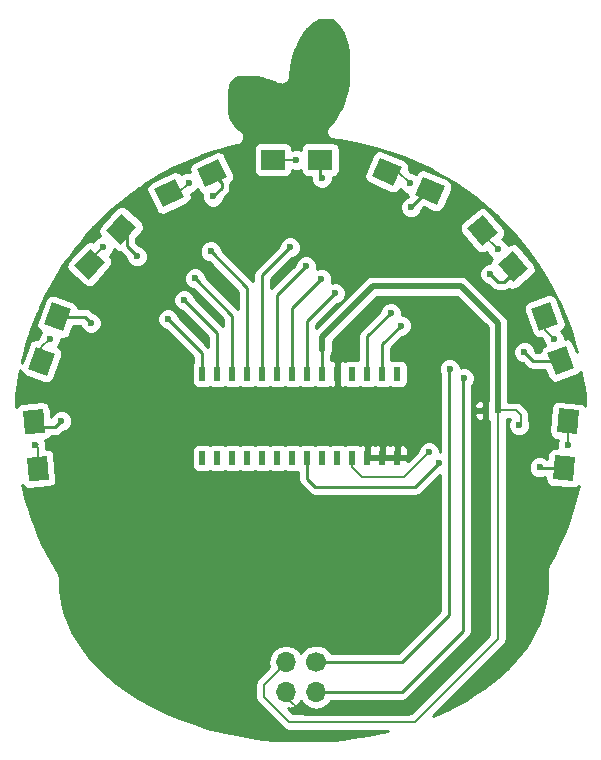
<source format=gbl>
G04 #@! TF.FileFunction,Copper,L2,Bot,Signal*
%FSLAX46Y46*%
G04 Gerber Fmt 4.6, Leading zero omitted, Abs format (unit mm)*
G04 Created by KiCad (PCBNEW 4.0.7) date 05/31/18 15:48:07*
%MOMM*%
%LPD*%
G01*
G04 APERTURE LIST*
%ADD10C,0.100000*%
%ADD11C,1.700000*%
%ADD12O,1.700000X1.700000*%
%ADD13R,0.600000X0.500000*%
%ADD14R,2.000000X1.700000*%
%ADD15R,0.508000X1.143000*%
%ADD16C,0.600000*%
%ADD17C,0.200000*%
%ADD18C,0.500000*%
%ADD19C,0.250000*%
%ADD20C,0.254000*%
G04 APERTURE END LIST*
D10*
D11*
X100406200Y-120421400D03*
D12*
X100406200Y-122961400D03*
X97866200Y-120421400D03*
X97866200Y-122961400D03*
D13*
X115805040Y-99100640D03*
X114705040Y-99100640D03*
D10*
G36*
X111290363Y-80148896D02*
X110598910Y-81701923D01*
X108771819Y-80888450D01*
X109463272Y-79335423D01*
X111290363Y-80148896D01*
X111290363Y-80148896D01*
G37*
G36*
X107636181Y-78521950D02*
X106944728Y-80074977D01*
X105117637Y-79261504D01*
X105809090Y-77708477D01*
X107636181Y-78521950D01*
X107636181Y-78521950D01*
G37*
G36*
X75548968Y-99142699D02*
X77242499Y-98994534D01*
X77416810Y-100986923D01*
X75723279Y-101135088D01*
X75548968Y-99142699D01*
X75548968Y-99142699D01*
G37*
G36*
X75897590Y-103127477D02*
X77591121Y-102979312D01*
X77765432Y-104971701D01*
X76071901Y-105119866D01*
X75897590Y-103127477D01*
X75897590Y-103127477D01*
G37*
G36*
X78052921Y-89955805D02*
X79650399Y-90537240D01*
X78966359Y-92416625D01*
X77368881Y-91835190D01*
X78052921Y-89955805D01*
X78052921Y-89955805D01*
G37*
G36*
X76684841Y-93714575D02*
X78282319Y-94296010D01*
X77598279Y-96175395D01*
X76000801Y-95593960D01*
X76684841Y-93714575D01*
X76684841Y-93714575D01*
G37*
G36*
X83925719Y-82444204D02*
X85189065Y-83581726D01*
X83850803Y-85068016D01*
X82587457Y-83930494D01*
X83925719Y-82444204D01*
X83925719Y-82444204D01*
G37*
G36*
X81249197Y-85416784D02*
X82512543Y-86554306D01*
X81174281Y-88040596D01*
X79910935Y-86903074D01*
X81249197Y-85416784D01*
X81249197Y-85416784D01*
G37*
G36*
X92123298Y-77819383D02*
X92841749Y-79360106D01*
X91029134Y-80205343D01*
X90310683Y-78664620D01*
X92123298Y-77819383D01*
X92123298Y-77819383D01*
G37*
G36*
X88498066Y-79509857D02*
X89216517Y-81050580D01*
X87403902Y-81895817D01*
X86685451Y-80355094D01*
X88498066Y-79509857D01*
X88498066Y-79509857D01*
G37*
D14*
X100755200Y-77876400D03*
X96755200Y-77876400D03*
D10*
G36*
X118352700Y-87146564D02*
X117050425Y-88239303D01*
X115764850Y-86707214D01*
X117067125Y-85614475D01*
X118352700Y-87146564D01*
X118352700Y-87146564D01*
G37*
G36*
X115781550Y-84082386D02*
X114479275Y-85175125D01*
X113193700Y-83643036D01*
X114495975Y-82550297D01*
X115781550Y-84082386D01*
X115781550Y-84082386D01*
G37*
G36*
X122271599Y-95543160D02*
X120674121Y-96124595D01*
X119990081Y-94245210D01*
X121587559Y-93663775D01*
X122271599Y-95543160D01*
X122271599Y-95543160D01*
G37*
G36*
X120903519Y-91784390D02*
X119306041Y-92365825D01*
X118622001Y-90486440D01*
X120219479Y-89905005D01*
X120903519Y-91784390D01*
X120903519Y-91784390D01*
G37*
G36*
X122149699Y-105069066D02*
X120456168Y-104920901D01*
X120630479Y-102928512D01*
X122324010Y-103076677D01*
X122149699Y-105069066D01*
X122149699Y-105069066D01*
G37*
G36*
X122498321Y-101084288D02*
X120804790Y-100936123D01*
X120979101Y-98943734D01*
X122672632Y-99091899D01*
X122498321Y-101084288D01*
X122498321Y-101084288D01*
G37*
D15*
X90766900Y-96024700D03*
X92036900Y-96024700D03*
X93306900Y-96024700D03*
X94576900Y-96024700D03*
X95846900Y-96024700D03*
X97116900Y-96024700D03*
X98386900Y-96024700D03*
X99656900Y-96024700D03*
X100926900Y-96024700D03*
X102196900Y-96024700D03*
X103466900Y-96024700D03*
X104736900Y-96024700D03*
X106006900Y-96024700D03*
X107276900Y-96024700D03*
X107276900Y-103136700D03*
X106006900Y-103136700D03*
X104736900Y-103136700D03*
X103466900Y-103136700D03*
X102196900Y-103136700D03*
X100926900Y-103136700D03*
X99656900Y-103136700D03*
X98386900Y-103136700D03*
X97116900Y-103136700D03*
X95846900Y-103136700D03*
X94576900Y-103136700D03*
X93306900Y-103136700D03*
X92036900Y-103136700D03*
X90766900Y-103136700D03*
D16*
X117602000Y-100360480D03*
X109971840Y-102651560D03*
X76611480Y-102011480D03*
X77871320Y-93040200D03*
X82336640Y-85308440D03*
X89611200Y-79822040D03*
X98719640Y-77917040D03*
X108356400Y-79898240D03*
X115783360Y-85440520D03*
X120548400Y-93080840D03*
X121732040Y-102031800D03*
X78831440Y-100015040D03*
X87858600Y-91363800D03*
X81346040Y-91709240D03*
X89230200Y-89763600D03*
X85232240Y-86070440D03*
X90144600Y-87934800D03*
X91668600Y-81000600D03*
X91480640Y-85648800D03*
X100888800Y-79441040D03*
X98186240Y-85308440D03*
X108432600Y-81915000D03*
X99557840Y-86908640D03*
X115138200Y-87553800D03*
X100853240Y-87975440D03*
X118033800Y-94183200D03*
X101996240Y-89194640D03*
X119329200Y-103936800D03*
X110794800Y-103596440D03*
X112892840Y-96393000D03*
X106720640Y-90871040D03*
X111709200Y-95595440D03*
X107558840Y-91937840D03*
D17*
X103466900Y-103136700D02*
X103466900Y-103913940D01*
X117287040Y-99100640D02*
X115805040Y-99100640D01*
X117713760Y-99527360D02*
X117287040Y-99100640D01*
X117713760Y-100248720D02*
X117713760Y-99527360D01*
X117602000Y-100360480D02*
X117713760Y-100248720D01*
X107873800Y-104749600D02*
X109971840Y-102651560D01*
X104302560Y-104749600D02*
X107873800Y-104749600D01*
X103466900Y-103913940D02*
X104302560Y-104749600D01*
D18*
X100926900Y-94033340D02*
X100926900Y-92870020D01*
X115805040Y-91725840D02*
X115805040Y-99100640D01*
X112664240Y-88585040D02*
X115805040Y-91725840D01*
X105211880Y-88585040D02*
X112664240Y-88585040D01*
X100926900Y-92870020D02*
X105211880Y-88585040D01*
D17*
X97866200Y-120421400D02*
X97866200Y-120456960D01*
X97866200Y-120456960D02*
X96001840Y-122321320D01*
X115805040Y-118443920D02*
X115805040Y-99100640D01*
X108742480Y-125506480D02*
X115805040Y-118443920D01*
X98125280Y-125506480D02*
X108742480Y-125506480D01*
X96001840Y-123383040D02*
X98125280Y-125506480D01*
X96001840Y-122321320D02*
X96001840Y-123383040D01*
D19*
X100926900Y-96024700D02*
X100926900Y-94033340D01*
X102196900Y-96024700D02*
X102196900Y-93372940D01*
X114705040Y-92149840D02*
X114705040Y-99100640D01*
X112090200Y-89535000D02*
X114705040Y-92149840D01*
X106034840Y-89535000D02*
X112090200Y-89535000D01*
X102196900Y-93372940D02*
X106034840Y-89535000D01*
D17*
X104736900Y-103136700D02*
X104736900Y-100688140D01*
X102196900Y-99189540D02*
X102196900Y-97950020D01*
X103266240Y-100258880D02*
X102196900Y-99189540D01*
X104307640Y-100258880D02*
X103266240Y-100258880D01*
X104736900Y-100688140D02*
X104307640Y-100258880D01*
X106006900Y-103136700D02*
X106006900Y-100490020D01*
X102196900Y-97950020D02*
X102196900Y-97076260D01*
X103916480Y-99669600D02*
X102196900Y-97950020D01*
X105186480Y-99669600D02*
X103916480Y-99669600D01*
X106006900Y-100490020D02*
X105186480Y-99669600D01*
X107276900Y-103136700D02*
X107276900Y-100083620D01*
X102196900Y-97076260D02*
X102196900Y-96024700D01*
X104043480Y-98922840D02*
X102196900Y-97076260D01*
X106116120Y-98922840D02*
X104043480Y-98922840D01*
X107276900Y-100083620D02*
X106116120Y-98922840D01*
X97866200Y-122961400D02*
X97866200Y-123347480D01*
X97866200Y-123347480D02*
X99435920Y-124917200D01*
X114730440Y-118456800D02*
X114730440Y-99019360D01*
X108270040Y-124917200D02*
X114730440Y-118456800D01*
X99435920Y-124917200D02*
X108270040Y-124917200D01*
X76831511Y-104049589D02*
X76831511Y-102231511D01*
X76831511Y-102231511D02*
X76611480Y-102011480D01*
X76831511Y-102053711D02*
X76733400Y-101955600D01*
X77141560Y-93769960D02*
X77141560Y-94944985D01*
X77871320Y-93040200D02*
X77141560Y-93769960D01*
X81211739Y-86728690D02*
X81211739Y-86433341D01*
X81211739Y-86433341D02*
X82336640Y-85308440D01*
X87950984Y-80702837D02*
X88730403Y-80702837D01*
X88730403Y-80702837D02*
X89611200Y-79822040D01*
X96755200Y-77876400D02*
X98679000Y-77876400D01*
X98679000Y-77876400D02*
X98719640Y-77917040D01*
X106376909Y-78891727D02*
X107349887Y-78891727D01*
X107349887Y-78891727D02*
X108356400Y-79898240D01*
X114487625Y-83862711D02*
X114487625Y-84144785D01*
X114487625Y-84144785D02*
X115783360Y-85440520D01*
X119762760Y-91135415D02*
X119762760Y-92295200D01*
X119762760Y-92295200D02*
X120548400Y-93080840D01*
X121738711Y-100014011D02*
X121738711Y-102025129D01*
X121738711Y-102025129D02*
X121732040Y-102031800D01*
D19*
X90766900Y-96024700D02*
X90766900Y-94272100D01*
X78298040Y-100548440D02*
X76966518Y-100548440D01*
X78831440Y-100015040D02*
X78298040Y-100548440D01*
X90766900Y-94272100D02*
X87858600Y-91363800D01*
X76966518Y-100548440D02*
X76482889Y-100064811D01*
X77218460Y-99329240D02*
X76482889Y-100064811D01*
X92036900Y-96024700D02*
X92036900Y-92570300D01*
X80823015Y-91186215D02*
X78509640Y-91186215D01*
X81346040Y-91709240D02*
X80823015Y-91186215D01*
X92036900Y-92570300D02*
X89230200Y-89763600D01*
X79253295Y-91186215D02*
X78509640Y-91186215D01*
X93306900Y-96024700D02*
X93306900Y-91097100D01*
X84394040Y-85232240D02*
X84394040Y-84261889D01*
X85232240Y-86070440D02*
X84394040Y-85232240D01*
X93306900Y-91097100D02*
X90144600Y-87934800D01*
X84394040Y-84261889D02*
X83888261Y-83756110D01*
X84594310Y-83756110D02*
X83888261Y-83756110D01*
D17*
X84538430Y-83756110D02*
X83888261Y-83756110D01*
D19*
X92395040Y-79831187D02*
X91576216Y-79012363D01*
X92395040Y-80274160D02*
X92395040Y-79831187D01*
X91668600Y-81000600D02*
X92395040Y-80274160D01*
X94576900Y-88745060D02*
X91480640Y-85648800D01*
X94576900Y-96024700D02*
X94576900Y-88745060D01*
X92090240Y-79526387D02*
X91576216Y-79012363D01*
X92090240Y-79526387D02*
X91576216Y-79012363D01*
X95846900Y-96024700D02*
X95846900Y-87647780D01*
X100755200Y-79307440D02*
X100755200Y-77876400D01*
X100888800Y-79441040D02*
X100755200Y-79307440D01*
X95846900Y-87647780D02*
X98186240Y-85308440D01*
X97116900Y-96024700D02*
X97116900Y-89349580D01*
X108432600Y-81915000D02*
X109828927Y-80518673D01*
X97116900Y-89349580D02*
X99557840Y-86908640D01*
X109828927Y-80518673D02*
X110031091Y-80518673D01*
X110084273Y-80518673D02*
X110031091Y-80518673D01*
X98386900Y-96024700D02*
X98386900Y-90441780D01*
X116321840Y-88204040D02*
X117058775Y-87467105D01*
X115788440Y-88204040D02*
X116321840Y-88204040D01*
X115138200Y-87553800D02*
X115788440Y-88204040D01*
X98386900Y-90441780D02*
X100853240Y-87975440D01*
X117058775Y-87467105D02*
X117058775Y-86926889D01*
X117058775Y-87731265D02*
X117058775Y-86926889D01*
X116855240Y-87934800D02*
X117058775Y-87731265D01*
X117058775Y-87467105D02*
X117058775Y-86926889D01*
X99656900Y-96024700D02*
X99656900Y-91533980D01*
X118744785Y-94894185D02*
X121130840Y-94894185D01*
X118033800Y-94183200D02*
X118744785Y-94894185D01*
X99656900Y-91533980D02*
X101996240Y-89194640D01*
X99656900Y-103136700D02*
X99656900Y-104914700D01*
X119391189Y-103998789D02*
X121390089Y-103998789D01*
X119329200Y-103936800D02*
X119391189Y-103998789D01*
X108813600Y-105577640D02*
X110794800Y-103596440D01*
X100319840Y-105577640D02*
X108813600Y-105577640D01*
X99656900Y-104914700D02*
X100319840Y-105577640D01*
D17*
X120837398Y-104551480D02*
X121390089Y-103998789D01*
D19*
X104736900Y-96024700D02*
X104736900Y-92854780D01*
X107650280Y-122961400D02*
X100406200Y-122961400D01*
X112852200Y-117759480D02*
X107650280Y-122961400D01*
X112852200Y-96352360D02*
X112852200Y-117759480D01*
X112892840Y-96393000D02*
X112852200Y-96352360D01*
X104736900Y-92854780D02*
X106720640Y-90871040D01*
X106006900Y-96024700D02*
X106006900Y-93489780D01*
X107680760Y-120421400D02*
X100406200Y-120421400D01*
X111683800Y-116418360D02*
X107680760Y-120421400D01*
X111683800Y-95570040D02*
X111683800Y-116418360D01*
X111709200Y-95595440D02*
X111683800Y-95570040D01*
X106006900Y-93489780D02*
X107558840Y-91937840D01*
D17*
X100406200Y-120421400D02*
X100406200Y-120858280D01*
D20*
G36*
X101783874Y-66092975D02*
X102005283Y-66277482D01*
X102274680Y-66508394D01*
X102467701Y-66817227D01*
X102587512Y-67016912D01*
X102754502Y-67434388D01*
X102896218Y-67954013D01*
X102898161Y-67957910D01*
X102898518Y-67962252D01*
X102990508Y-68284217D01*
X103074400Y-68745622D01*
X103074400Y-68986400D01*
X103079402Y-69011545D01*
X103076204Y-69036985D01*
X103125200Y-69722929D01*
X103125200Y-70533928D01*
X103076491Y-71167145D01*
X103079783Y-71194540D01*
X103074400Y-71221600D01*
X103074400Y-71421303D01*
X102988561Y-71979256D01*
X102851045Y-72437643D01*
X102661111Y-73054929D01*
X102475194Y-73473242D01*
X102294113Y-73880675D01*
X101898395Y-74496235D01*
X101430243Y-75011202D01*
X101387309Y-75082590D01*
X101333663Y-75146319D01*
X101316587Y-75200181D01*
X101287465Y-75248603D01*
X101275117Y-75330988D01*
X101249943Y-75410394D01*
X101254779Y-75466688D01*
X101246403Y-75522571D01*
X101266524Y-75603412D01*
X101273653Y-75686405D01*
X101299665Y-75736566D01*
X101313312Y-75791398D01*
X101362833Y-75858380D01*
X101401183Y-75932334D01*
X101444412Y-75968723D01*
X101478002Y-76014157D01*
X101549390Y-76057091D01*
X101613119Y-76110737D01*
X101666981Y-76127813D01*
X101715403Y-76156935D01*
X101797788Y-76169283D01*
X101877194Y-76194457D01*
X102309956Y-76242542D01*
X102844591Y-76339748D01*
X102846467Y-76339717D01*
X102848212Y-76340396D01*
X103707079Y-76491961D01*
X104743893Y-76689449D01*
X105466558Y-76882160D01*
X106265025Y-77131681D01*
X107058879Y-77379760D01*
X107845903Y-77674894D01*
X108573288Y-77965848D01*
X109156479Y-78257444D01*
X109170665Y-78261329D01*
X109182641Y-78269864D01*
X110167438Y-78713023D01*
X110489492Y-78897053D01*
X112187421Y-79895835D01*
X113867317Y-81081644D01*
X115641930Y-82560488D01*
X117370779Y-84388129D01*
X118355428Y-85618940D01*
X119196838Y-86806813D01*
X119888245Y-87893310D01*
X120327499Y-88674205D01*
X120726157Y-89471522D01*
X121021624Y-90062456D01*
X121465338Y-91097788D01*
X121957190Y-92376604D01*
X122253318Y-93413052D01*
X122255491Y-93417282D01*
X122255943Y-93422017D01*
X122401746Y-93908026D01*
X122464626Y-94180510D01*
X122195954Y-93442338D01*
X122073863Y-93236356D01*
X121869259Y-93080831D01*
X121620267Y-93017162D01*
X121483438Y-93037738D01*
X121483562Y-92895673D01*
X121341517Y-92551897D01*
X121161224Y-92371289D01*
X121330938Y-92270694D01*
X121486463Y-92066090D01*
X121550132Y-91817098D01*
X121511914Y-91562953D01*
X120827874Y-89683568D01*
X120705783Y-89477586D01*
X120501179Y-89322061D01*
X120252187Y-89258392D01*
X119998041Y-89296610D01*
X118400563Y-89878045D01*
X118194582Y-90000136D01*
X118039057Y-90204740D01*
X117975388Y-90453732D01*
X118013606Y-90707877D01*
X118697646Y-92587262D01*
X118819737Y-92793244D01*
X119024341Y-92948769D01*
X119273333Y-93012438D01*
X119418693Y-92990579D01*
X119613308Y-93185195D01*
X119613238Y-93266007D01*
X119755283Y-93609783D01*
X119778637Y-93633178D01*
X119768643Y-93636815D01*
X119562662Y-93758906D01*
X119407137Y-93963510D01*
X119363494Y-94134185D01*
X119059587Y-94134185D01*
X118968922Y-94043520D01*
X118968962Y-93998033D01*
X118826917Y-93654257D01*
X118564127Y-93391008D01*
X118220599Y-93248362D01*
X117848633Y-93248038D01*
X117504857Y-93390083D01*
X117241608Y-93652873D01*
X117098962Y-93996401D01*
X117098638Y-94368367D01*
X117240683Y-94712143D01*
X117503473Y-94975392D01*
X117847001Y-95118038D01*
X117893877Y-95118079D01*
X118207384Y-95431586D01*
X118453946Y-95596333D01*
X118744785Y-95654185D01*
X119813914Y-95654185D01*
X120065726Y-96346032D01*
X120187817Y-96552014D01*
X120392421Y-96707539D01*
X120641413Y-96771208D01*
X120895559Y-96732990D01*
X122493037Y-96151555D01*
X122699018Y-96029464D01*
X122825290Y-95863344D01*
X122846404Y-95982988D01*
X122847083Y-95984733D01*
X122847052Y-95986609D01*
X122946243Y-96532160D01*
X123045936Y-97230009D01*
X123142917Y-97908876D01*
X123182371Y-98697954D01*
X123174302Y-98682624D01*
X122975546Y-98519691D01*
X122729060Y-98446923D01*
X121035529Y-98298758D01*
X120797249Y-98322358D01*
X120569826Y-98442064D01*
X120406893Y-98640820D01*
X120334125Y-98887306D01*
X120159814Y-100879695D01*
X120183414Y-101117975D01*
X120303120Y-101345398D01*
X120501876Y-101508331D01*
X120748362Y-101581099D01*
X120901231Y-101594473D01*
X120797202Y-101845001D01*
X120796878Y-102216967D01*
X120829540Y-102296015D01*
X120686907Y-102283536D01*
X120448627Y-102307136D01*
X120221204Y-102426842D01*
X120058271Y-102625598D01*
X119985503Y-102872084D01*
X119953430Y-103238675D01*
X119859527Y-103144608D01*
X119515999Y-103001962D01*
X119144033Y-103001638D01*
X118800257Y-103143683D01*
X118537008Y-103406473D01*
X118394362Y-103750001D01*
X118394038Y-104121967D01*
X118536083Y-104465743D01*
X118798873Y-104728992D01*
X119142401Y-104871638D01*
X119514367Y-104871962D01*
X119788267Y-104758789D01*
X119820438Y-104758789D01*
X119811192Y-104864473D01*
X119834792Y-105102753D01*
X119954498Y-105330176D01*
X120153254Y-105493109D01*
X120399740Y-105565877D01*
X122093271Y-105714042D01*
X122331551Y-105690442D01*
X122558974Y-105570736D01*
X122625661Y-105489387D01*
X122499884Y-106055382D01*
X122253495Y-106991663D01*
X122008172Y-107776696D01*
X121708163Y-108626721D01*
X121464549Y-109308840D01*
X121222840Y-109840600D01*
X121221048Y-109848242D01*
X121216607Y-109854717D01*
X120920024Y-110546744D01*
X120527763Y-111331266D01*
X120193111Y-111952762D01*
X120110044Y-112077363D01*
X120083490Y-112141659D01*
X120044846Y-112199495D01*
X120031132Y-112268438D01*
X120004298Y-112333414D01*
X120004371Y-112402977D01*
X119990800Y-112471200D01*
X119990800Y-113965674D01*
X119945154Y-114513431D01*
X119802743Y-115320423D01*
X119612213Y-116082544D01*
X119468435Y-116513878D01*
X119279023Y-117082113D01*
X118808461Y-118070293D01*
X118476200Y-118592418D01*
X118139162Y-119122049D01*
X117264531Y-120239633D01*
X116647674Y-120903942D01*
X115763476Y-121689895D01*
X115083548Y-122272691D01*
X114606477Y-122606641D01*
X113814270Y-123151283D01*
X113071108Y-123597180D01*
X112586488Y-123887952D01*
X112102878Y-124129757D01*
X112090506Y-124139359D01*
X112075594Y-124144148D01*
X111640267Y-124385996D01*
X110908743Y-124727374D01*
X110290591Y-124997815D01*
X116324763Y-118963644D01*
X116484091Y-118725192D01*
X116506855Y-118610750D01*
X116540040Y-118443920D01*
X116540040Y-99835640D01*
X116807530Y-99835640D01*
X116667162Y-100173681D01*
X116666838Y-100545647D01*
X116808883Y-100889423D01*
X117071673Y-101152672D01*
X117415201Y-101295318D01*
X117787167Y-101295642D01*
X118130943Y-101153597D01*
X118394192Y-100890807D01*
X118536838Y-100547279D01*
X118537162Y-100175313D01*
X118448760Y-99961363D01*
X118448760Y-99527360D01*
X118392811Y-99246088D01*
X118377283Y-99222848D01*
X118233483Y-99007636D01*
X117806763Y-98580917D01*
X117568312Y-98421589D01*
X117287040Y-98365640D01*
X116690040Y-98365640D01*
X116690040Y-91725845D01*
X116690041Y-91725840D01*
X116622673Y-91387166D01*
X116622673Y-91387165D01*
X116430830Y-91100050D01*
X116430827Y-91100048D01*
X113290030Y-87959250D01*
X113215696Y-87909582D01*
X113002915Y-87767407D01*
X112913560Y-87749633D01*
X112664240Y-87700039D01*
X112664235Y-87700040D01*
X105211885Y-87700040D01*
X105211880Y-87700039D01*
X104962560Y-87749633D01*
X104873205Y-87767407D01*
X104586090Y-87959250D01*
X104586088Y-87959253D01*
X100416900Y-92128440D01*
X100416900Y-91848782D01*
X102135920Y-90129762D01*
X102181407Y-90129802D01*
X102525183Y-89987757D01*
X102788432Y-89724967D01*
X102931078Y-89381439D01*
X102931402Y-89009473D01*
X102789357Y-88665697D01*
X102526567Y-88402448D01*
X102183039Y-88259802D01*
X101811073Y-88259478D01*
X101734576Y-88291086D01*
X101788078Y-88162239D01*
X101788402Y-87790273D01*
X101646357Y-87446497D01*
X101383567Y-87183248D01*
X101040039Y-87040602D01*
X100668073Y-87040278D01*
X100484001Y-87116335D01*
X100492678Y-87095439D01*
X100493002Y-86723473D01*
X100350957Y-86379697D01*
X100088167Y-86116448D01*
X99744639Y-85973802D01*
X99372673Y-85973478D01*
X99028897Y-86115523D01*
X98765648Y-86378313D01*
X98623002Y-86721841D01*
X98622961Y-86768717D01*
X96606900Y-88784778D01*
X96606900Y-87962582D01*
X98325920Y-86243562D01*
X98371407Y-86243602D01*
X98715183Y-86101557D01*
X98978432Y-85838767D01*
X99121078Y-85495239D01*
X99121402Y-85123273D01*
X98979357Y-84779497D01*
X98716567Y-84516248D01*
X98373039Y-84373602D01*
X98001073Y-84373278D01*
X97657297Y-84515323D01*
X97394048Y-84778113D01*
X97251402Y-85121641D01*
X97251361Y-85168517D01*
X95309499Y-87110379D01*
X95144752Y-87356941D01*
X95086900Y-87647780D01*
X95086900Y-88180258D01*
X92415762Y-85509120D01*
X92415802Y-85463633D01*
X92273757Y-85119857D01*
X92010967Y-84856608D01*
X91667439Y-84713962D01*
X91295473Y-84713638D01*
X90951697Y-84855683D01*
X90688448Y-85118473D01*
X90545802Y-85462001D01*
X90545478Y-85833967D01*
X90687523Y-86177743D01*
X90950313Y-86440992D01*
X91293841Y-86583638D01*
X91340717Y-86583679D01*
X93816900Y-89059862D01*
X93816900Y-90532298D01*
X91079722Y-87795120D01*
X91079762Y-87749633D01*
X90937717Y-87405857D01*
X90674927Y-87142608D01*
X90331399Y-86999962D01*
X89959433Y-86999638D01*
X89615657Y-87141683D01*
X89352408Y-87404473D01*
X89209762Y-87748001D01*
X89209438Y-88119967D01*
X89351483Y-88463743D01*
X89614273Y-88726992D01*
X89957801Y-88869638D01*
X90004677Y-88869679D01*
X92546900Y-91411902D01*
X92546900Y-92005498D01*
X90165322Y-89623920D01*
X90165362Y-89578433D01*
X90023317Y-89234657D01*
X89760527Y-88971408D01*
X89416999Y-88828762D01*
X89045033Y-88828438D01*
X88701257Y-88970483D01*
X88438008Y-89233273D01*
X88295362Y-89576801D01*
X88295038Y-89948767D01*
X88437083Y-90292543D01*
X88699873Y-90555792D01*
X89043401Y-90698438D01*
X89090277Y-90698479D01*
X91276900Y-92885102D01*
X91276900Y-93707298D01*
X88793722Y-91224120D01*
X88793762Y-91178633D01*
X88651717Y-90834857D01*
X88388927Y-90571608D01*
X88045399Y-90428962D01*
X87673433Y-90428638D01*
X87329657Y-90570683D01*
X87066408Y-90833473D01*
X86923762Y-91177001D01*
X86923438Y-91548967D01*
X87065483Y-91892743D01*
X87328273Y-92155992D01*
X87671801Y-92298638D01*
X87718677Y-92298679D01*
X90006900Y-94586902D01*
X90006900Y-95068960D01*
X89916469Y-95201310D01*
X89865460Y-95453200D01*
X89865460Y-96596200D01*
X89909738Y-96831517D01*
X90048810Y-97047641D01*
X90261010Y-97192631D01*
X90512900Y-97243640D01*
X91020900Y-97243640D01*
X91256217Y-97199362D01*
X91402807Y-97105034D01*
X91531010Y-97192631D01*
X91782900Y-97243640D01*
X92290900Y-97243640D01*
X92526217Y-97199362D01*
X92672807Y-97105034D01*
X92801010Y-97192631D01*
X93052900Y-97243640D01*
X93560900Y-97243640D01*
X93796217Y-97199362D01*
X93942807Y-97105034D01*
X94071010Y-97192631D01*
X94322900Y-97243640D01*
X94830900Y-97243640D01*
X95066217Y-97199362D01*
X95212807Y-97105034D01*
X95341010Y-97192631D01*
X95592900Y-97243640D01*
X96100900Y-97243640D01*
X96336217Y-97199362D01*
X96482807Y-97105034D01*
X96611010Y-97192631D01*
X96862900Y-97243640D01*
X97370900Y-97243640D01*
X97606217Y-97199362D01*
X97752807Y-97105034D01*
X97881010Y-97192631D01*
X98132900Y-97243640D01*
X98640900Y-97243640D01*
X98876217Y-97199362D01*
X99022807Y-97105034D01*
X99151010Y-97192631D01*
X99402900Y-97243640D01*
X99910900Y-97243640D01*
X100146217Y-97199362D01*
X100292807Y-97105034D01*
X100421010Y-97192631D01*
X100672900Y-97243640D01*
X101180900Y-97243640D01*
X101416217Y-97199362D01*
X101557271Y-97108596D01*
X101583202Y-97134527D01*
X101816591Y-97231200D01*
X101911150Y-97231200D01*
X102069900Y-97072450D01*
X102069900Y-96151700D01*
X102049900Y-96151700D01*
X102049900Y-95897700D01*
X102069900Y-95897700D01*
X102069900Y-94976950D01*
X102323900Y-94976950D01*
X102323900Y-95897700D01*
X102343900Y-95897700D01*
X102343900Y-96151700D01*
X102323900Y-96151700D01*
X102323900Y-97072450D01*
X102482650Y-97231200D01*
X102577209Y-97231200D01*
X102810598Y-97134527D01*
X102837135Y-97107991D01*
X102961010Y-97192631D01*
X103212900Y-97243640D01*
X103720900Y-97243640D01*
X103956217Y-97199362D01*
X104102807Y-97105034D01*
X104231010Y-97192631D01*
X104482900Y-97243640D01*
X104990900Y-97243640D01*
X105226217Y-97199362D01*
X105372807Y-97105034D01*
X105501010Y-97192631D01*
X105752900Y-97243640D01*
X106260900Y-97243640D01*
X106496217Y-97199362D01*
X106642807Y-97105034D01*
X106771010Y-97192631D01*
X107022900Y-97243640D01*
X107530900Y-97243640D01*
X107766217Y-97199362D01*
X107982341Y-97060290D01*
X108127331Y-96848090D01*
X108178340Y-96596200D01*
X108178340Y-95453200D01*
X108134062Y-95217883D01*
X107994990Y-95001759D01*
X107782790Y-94856769D01*
X107530900Y-94805760D01*
X107022900Y-94805760D01*
X106787583Y-94850038D01*
X106766900Y-94863347D01*
X106766900Y-93804582D01*
X107698520Y-92872962D01*
X107744007Y-92873002D01*
X108087783Y-92730957D01*
X108351032Y-92468167D01*
X108493678Y-92124639D01*
X108494002Y-91752673D01*
X108351957Y-91408897D01*
X108089167Y-91145648D01*
X107745639Y-91003002D01*
X107655526Y-91002924D01*
X107655802Y-90685873D01*
X107513757Y-90342097D01*
X107250967Y-90078848D01*
X106907439Y-89936202D01*
X106535473Y-89935878D01*
X106191697Y-90077923D01*
X105928448Y-90340713D01*
X105785802Y-90684241D01*
X105785761Y-90731117D01*
X104199499Y-92317379D01*
X104034752Y-92563941D01*
X103976900Y-92854780D01*
X103976900Y-94859577D01*
X103972790Y-94856769D01*
X103720900Y-94805760D01*
X103212900Y-94805760D01*
X102977583Y-94850038D01*
X102836529Y-94940804D01*
X102810598Y-94914873D01*
X102577209Y-94818200D01*
X102482650Y-94818200D01*
X102323900Y-94976950D01*
X102069900Y-94976950D01*
X101911150Y-94818200D01*
X101816591Y-94818200D01*
X101686900Y-94871920D01*
X101686900Y-94458269D01*
X101744533Y-94372015D01*
X101811900Y-94033340D01*
X101811900Y-93236600D01*
X105578459Y-89470040D01*
X112297660Y-89470040D01*
X114920040Y-92092419D01*
X114920040Y-98286390D01*
X114832040Y-98374390D01*
X114832040Y-98975640D01*
X114852040Y-98975640D01*
X114852040Y-99225640D01*
X114832040Y-99225640D01*
X114832040Y-99826890D01*
X114990790Y-99985640D01*
X115070040Y-99985640D01*
X115070040Y-118139473D01*
X108438034Y-124771480D01*
X98429727Y-124771480D01*
X97993202Y-124334955D01*
X97993202Y-124282220D01*
X98223092Y-124402886D01*
X98747558Y-124156583D01*
X99137845Y-123728324D01*
X99137855Y-123728299D01*
X99327053Y-124011454D01*
X99808822Y-124333361D01*
X100377107Y-124446400D01*
X100435293Y-124446400D01*
X101003578Y-124333361D01*
X101485347Y-124011454D01*
X101679154Y-123721400D01*
X107650280Y-123721400D01*
X107941119Y-123663548D01*
X108187681Y-123498801D01*
X113389601Y-118296881D01*
X113554348Y-118050319D01*
X113612200Y-117759480D01*
X113612200Y-99384390D01*
X113770040Y-99384390D01*
X113770040Y-99476950D01*
X113866713Y-99710339D01*
X114045342Y-99888967D01*
X114278731Y-99985640D01*
X114419290Y-99985640D01*
X114578040Y-99826890D01*
X114578040Y-99225640D01*
X113928790Y-99225640D01*
X113770040Y-99384390D01*
X113612200Y-99384390D01*
X113612200Y-98724330D01*
X113770040Y-98724330D01*
X113770040Y-98816890D01*
X113928790Y-98975640D01*
X114578040Y-98975640D01*
X114578040Y-98374390D01*
X114419290Y-98215640D01*
X114278731Y-98215640D01*
X114045342Y-98312313D01*
X113866713Y-98490941D01*
X113770040Y-98724330D01*
X113612200Y-98724330D01*
X113612200Y-96996032D01*
X113685032Y-96923327D01*
X113827678Y-96579799D01*
X113828002Y-96207833D01*
X113685957Y-95864057D01*
X113423167Y-95600808D01*
X113079639Y-95458162D01*
X112707673Y-95457838D01*
X112644298Y-95484024D01*
X112644362Y-95410273D01*
X112502317Y-95066497D01*
X112239527Y-94803248D01*
X111895999Y-94660602D01*
X111524033Y-94660278D01*
X111180257Y-94802323D01*
X110917008Y-95065113D01*
X110774362Y-95408641D01*
X110774038Y-95780607D01*
X110916083Y-96124383D01*
X110923800Y-96132113D01*
X110923800Y-102661552D01*
X110906832Y-102661537D01*
X110907002Y-102466393D01*
X110764957Y-102122617D01*
X110502167Y-101859368D01*
X110158639Y-101716722D01*
X109786673Y-101716398D01*
X109442897Y-101858443D01*
X109179648Y-102121233D01*
X109037002Y-102464761D01*
X109036930Y-102547023D01*
X108163702Y-103420252D01*
X108007150Y-103263700D01*
X107403900Y-103263700D01*
X107403900Y-103283700D01*
X107149900Y-103283700D01*
X107149900Y-103263700D01*
X106133900Y-103263700D01*
X106133900Y-103283700D01*
X105879900Y-103283700D01*
X105879900Y-103263700D01*
X104863900Y-103263700D01*
X104863900Y-103283700D01*
X104609900Y-103283700D01*
X104609900Y-103263700D01*
X104589900Y-103263700D01*
X104589900Y-103009700D01*
X104609900Y-103009700D01*
X104609900Y-102088950D01*
X104863900Y-102088950D01*
X104863900Y-103009700D01*
X105879900Y-103009700D01*
X105879900Y-102088950D01*
X106133900Y-102088950D01*
X106133900Y-103009700D01*
X107149900Y-103009700D01*
X107149900Y-102088950D01*
X107403900Y-102088950D01*
X107403900Y-103009700D01*
X108007150Y-103009700D01*
X108165900Y-102850950D01*
X108165900Y-102438890D01*
X108069227Y-102205501D01*
X107890598Y-102026873D01*
X107657209Y-101930200D01*
X107562650Y-101930200D01*
X107403900Y-102088950D01*
X107149900Y-102088950D01*
X106991150Y-101930200D01*
X106896591Y-101930200D01*
X106663202Y-102026873D01*
X106641900Y-102048175D01*
X106620598Y-102026873D01*
X106387209Y-101930200D01*
X106292650Y-101930200D01*
X106133900Y-102088950D01*
X105879900Y-102088950D01*
X105721150Y-101930200D01*
X105626591Y-101930200D01*
X105393202Y-102026873D01*
X105371900Y-102048175D01*
X105350598Y-102026873D01*
X105117209Y-101930200D01*
X105022650Y-101930200D01*
X104863900Y-102088950D01*
X104609900Y-102088950D01*
X104451150Y-101930200D01*
X104356591Y-101930200D01*
X104123202Y-102026873D01*
X104096665Y-102053409D01*
X103972790Y-101968769D01*
X103720900Y-101917760D01*
X103212900Y-101917760D01*
X102977583Y-101962038D01*
X102830993Y-102056366D01*
X102702790Y-101968769D01*
X102450900Y-101917760D01*
X101942900Y-101917760D01*
X101707583Y-101962038D01*
X101560993Y-102056366D01*
X101432790Y-101968769D01*
X101180900Y-101917760D01*
X100672900Y-101917760D01*
X100437583Y-101962038D01*
X100290993Y-102056366D01*
X100162790Y-101968769D01*
X99910900Y-101917760D01*
X99402900Y-101917760D01*
X99167583Y-101962038D01*
X99020993Y-102056366D01*
X98892790Y-101968769D01*
X98640900Y-101917760D01*
X98132900Y-101917760D01*
X97897583Y-101962038D01*
X97750993Y-102056366D01*
X97622790Y-101968769D01*
X97370900Y-101917760D01*
X96862900Y-101917760D01*
X96627583Y-101962038D01*
X96480993Y-102056366D01*
X96352790Y-101968769D01*
X96100900Y-101917760D01*
X95592900Y-101917760D01*
X95357583Y-101962038D01*
X95210993Y-102056366D01*
X95082790Y-101968769D01*
X94830900Y-101917760D01*
X94322900Y-101917760D01*
X94087583Y-101962038D01*
X93940993Y-102056366D01*
X93812790Y-101968769D01*
X93560900Y-101917760D01*
X93052900Y-101917760D01*
X92817583Y-101962038D01*
X92670993Y-102056366D01*
X92542790Y-101968769D01*
X92290900Y-101917760D01*
X91782900Y-101917760D01*
X91547583Y-101962038D01*
X91400993Y-102056366D01*
X91272790Y-101968769D01*
X91020900Y-101917760D01*
X90512900Y-101917760D01*
X90277583Y-101962038D01*
X90061459Y-102101110D01*
X89916469Y-102313310D01*
X89865460Y-102565200D01*
X89865460Y-103708200D01*
X89909738Y-103943517D01*
X90048810Y-104159641D01*
X90261010Y-104304631D01*
X90512900Y-104355640D01*
X91020900Y-104355640D01*
X91256217Y-104311362D01*
X91402807Y-104217034D01*
X91531010Y-104304631D01*
X91782900Y-104355640D01*
X92290900Y-104355640D01*
X92526217Y-104311362D01*
X92672807Y-104217034D01*
X92801010Y-104304631D01*
X93052900Y-104355640D01*
X93560900Y-104355640D01*
X93796217Y-104311362D01*
X93942807Y-104217034D01*
X94071010Y-104304631D01*
X94322900Y-104355640D01*
X94830900Y-104355640D01*
X95066217Y-104311362D01*
X95212807Y-104217034D01*
X95341010Y-104304631D01*
X95592900Y-104355640D01*
X96100900Y-104355640D01*
X96336217Y-104311362D01*
X96482807Y-104217034D01*
X96611010Y-104304631D01*
X96862900Y-104355640D01*
X97370900Y-104355640D01*
X97606217Y-104311362D01*
X97752807Y-104217034D01*
X97881010Y-104304631D01*
X98132900Y-104355640D01*
X98640900Y-104355640D01*
X98876217Y-104311362D01*
X98896900Y-104298053D01*
X98896900Y-104914700D01*
X98954752Y-105205539D01*
X99119499Y-105452101D01*
X99782439Y-106115041D01*
X100029001Y-106279788D01*
X100319840Y-106337640D01*
X108813600Y-106337640D01*
X109104439Y-106279788D01*
X109351001Y-106115041D01*
X110923800Y-104542242D01*
X110923800Y-116103558D01*
X107365958Y-119661400D01*
X101698947Y-119661400D01*
X101665856Y-119581314D01*
X101248483Y-119163212D01*
X100702881Y-118936658D01*
X100112111Y-118936143D01*
X99566114Y-119161744D01*
X99148012Y-119579117D01*
X99123545Y-119638039D01*
X98945347Y-119371346D01*
X98463578Y-119049439D01*
X97895293Y-118936400D01*
X97837107Y-118936400D01*
X97268822Y-119049439D01*
X96787053Y-119371346D01*
X96465146Y-119853115D01*
X96352107Y-120421400D01*
X96436756Y-120846958D01*
X95482117Y-121801597D01*
X95322789Y-122040048D01*
X95266840Y-122321320D01*
X95266840Y-123383040D01*
X95322637Y-123663548D01*
X95322789Y-123664312D01*
X95482117Y-123902763D01*
X97605557Y-126026204D01*
X97844008Y-126185531D01*
X98125280Y-126241480D01*
X106460907Y-126241480D01*
X105967468Y-126357583D01*
X104773445Y-126606338D01*
X103534391Y-126804587D01*
X102687653Y-126904203D01*
X101799324Y-127002906D01*
X100670170Y-127052000D01*
X97860510Y-127052000D01*
X96976858Y-127002908D01*
X95839014Y-126903965D01*
X94452923Y-126705952D01*
X93158873Y-126457096D01*
X92720720Y-126359729D01*
X91917002Y-126158800D01*
X91917001Y-126158799D01*
X91510602Y-126057200D01*
X91510601Y-126057199D01*
X91125931Y-125961032D01*
X90039352Y-125615302D01*
X89050255Y-125269118D01*
X87966566Y-124825791D01*
X87127149Y-124430771D01*
X86239739Y-123987066D01*
X85309182Y-123448321D01*
X84331308Y-122812703D01*
X83499450Y-122176576D01*
X82672215Y-121495323D01*
X82340846Y-121163954D01*
X82340843Y-121163952D01*
X81842140Y-120665248D01*
X81213782Y-119988556D01*
X80594335Y-119178510D01*
X80109826Y-118403297D01*
X79776810Y-117832412D01*
X79489234Y-117209332D01*
X79155583Y-116446701D01*
X78972388Y-115805520D01*
X78779855Y-114890989D01*
X78688000Y-114202074D01*
X78688000Y-113334800D01*
X78680004Y-113294602D01*
X78683359Y-113253753D01*
X78653197Y-113159835D01*
X78633954Y-113063095D01*
X78611185Y-113029018D01*
X78598652Y-112989994D01*
X78344652Y-112532794D01*
X78341834Y-112529471D01*
X78340452Y-112525341D01*
X77934053Y-111814141D01*
X77931934Y-111811703D01*
X77930883Y-111808651D01*
X77591076Y-111226125D01*
X77198493Y-110391887D01*
X76856585Y-109659226D01*
X76664053Y-109129762D01*
X76656234Y-109116867D01*
X76653322Y-109102068D01*
X76309588Y-108267289D01*
X76064881Y-107484225D01*
X76064362Y-107483274D01*
X76064244Y-107482197D01*
X75768772Y-106546536D01*
X75572293Y-105662379D01*
X75572293Y-105662378D01*
X75525152Y-105450246D01*
X75648923Y-105610037D01*
X75872952Y-105735981D01*
X76128329Y-105764842D01*
X77821860Y-105616677D01*
X78052422Y-105552059D01*
X78255603Y-105394679D01*
X78381547Y-105170651D01*
X78410408Y-104915273D01*
X78236097Y-102922884D01*
X78171479Y-102692322D01*
X78014099Y-102489141D01*
X77790070Y-102363197D01*
X77566511Y-102337932D01*
X77566511Y-102231511D01*
X77548827Y-102142609D01*
X77566510Y-102053711D01*
X77546531Y-101953271D01*
X77546642Y-101826313D01*
X77466554Y-101632484D01*
X77473238Y-101631899D01*
X77703800Y-101567281D01*
X77906981Y-101409901D01*
X77964020Y-101308440D01*
X78298040Y-101308440D01*
X78588879Y-101250588D01*
X78835441Y-101085841D01*
X78971120Y-100950162D01*
X79016607Y-100950202D01*
X79360383Y-100808157D01*
X79623632Y-100545367D01*
X79766278Y-100201839D01*
X79766602Y-99829873D01*
X79624557Y-99486097D01*
X79361767Y-99222848D01*
X79018239Y-99080202D01*
X78646273Y-99079878D01*
X78302497Y-99221923D01*
X78039248Y-99484713D01*
X77953387Y-99691488D01*
X77939035Y-99527438D01*
X77978459Y-99329240D01*
X77920607Y-99038401D01*
X77892580Y-98996455D01*
X77887475Y-98938106D01*
X77822857Y-98707544D01*
X77665477Y-98504363D01*
X77441448Y-98378419D01*
X77186071Y-98349558D01*
X75492540Y-98497723D01*
X75261978Y-98562341D01*
X75058797Y-98719721D01*
X74979600Y-98860596D01*
X74979600Y-98574161D01*
X75027256Y-97811665D01*
X75175120Y-96776617D01*
X75273184Y-96139202D01*
X75369761Y-95680458D01*
X75410297Y-95859447D01*
X75560110Y-96068270D01*
X75779363Y-96202355D01*
X77376841Y-96783790D01*
X77613111Y-96822665D01*
X77863767Y-96765899D01*
X78072589Y-96616086D01*
X78206674Y-96396832D01*
X78890714Y-94517447D01*
X78929589Y-94281178D01*
X78872823Y-94030523D01*
X78723010Y-93821700D01*
X78530088Y-93703718D01*
X78663512Y-93570527D01*
X78806158Y-93226999D01*
X78806325Y-93035123D01*
X78981191Y-93063895D01*
X79231847Y-93007129D01*
X79440669Y-92857316D01*
X79574754Y-92638062D01*
X79826566Y-91946215D01*
X80432285Y-91946215D01*
X80552923Y-92238183D01*
X80815713Y-92501432D01*
X81159241Y-92644078D01*
X81531207Y-92644402D01*
X81874983Y-92502357D01*
X82138232Y-92239567D01*
X82280878Y-91896039D01*
X82281202Y-91524073D01*
X82139157Y-91180297D01*
X81876367Y-90917048D01*
X81532839Y-90774402D01*
X81485963Y-90774361D01*
X81360416Y-90648814D01*
X81113854Y-90484067D01*
X80823015Y-90426215D01*
X80275884Y-90426215D01*
X80240903Y-90271753D01*
X80091090Y-90062930D01*
X79871837Y-89928845D01*
X78274359Y-89347410D01*
X78038089Y-89308535D01*
X77787433Y-89365301D01*
X77578611Y-89515114D01*
X77444526Y-89734368D01*
X76760486Y-91613753D01*
X76721611Y-91850022D01*
X76778377Y-92100677D01*
X76928190Y-92309500D01*
X77146258Y-92442860D01*
X77079128Y-92509873D01*
X76936482Y-92853401D01*
X76936410Y-92935663D01*
X76785729Y-93086345D01*
X76670009Y-93067305D01*
X76419353Y-93124071D01*
X76210531Y-93273884D01*
X76076446Y-93493138D01*
X75484373Y-95119845D01*
X75525013Y-94835366D01*
X75665782Y-94319213D01*
X75666668Y-94306561D01*
X75671926Y-94295018D01*
X75867749Y-93462769D01*
X76162365Y-92578922D01*
X76164324Y-92563383D01*
X76171482Y-92549452D01*
X76261707Y-92233664D01*
X76499785Y-91662277D01*
X76503461Y-91643997D01*
X76513037Y-91627999D01*
X76752618Y-90957171D01*
X76987443Y-90487522D01*
X77038243Y-90385922D01*
X77043829Y-90365524D01*
X77055793Y-90348083D01*
X77208193Y-89992483D01*
X77208949Y-89988910D01*
X77210985Y-89985877D01*
X77446761Y-89420014D01*
X77778483Y-88851349D01*
X77780951Y-88844184D01*
X77785852Y-88838406D01*
X78037757Y-88384977D01*
X78438296Y-87684032D01*
X78727324Y-87202318D01*
X78917221Y-86928023D01*
X79263976Y-86928023D01*
X79324654Y-87177761D01*
X79477713Y-87384216D01*
X80741059Y-88521738D01*
X80945561Y-88646290D01*
X81199230Y-88687555D01*
X81448968Y-88626877D01*
X81655423Y-88473818D01*
X82993685Y-86987528D01*
X83118237Y-86783026D01*
X83159502Y-86529357D01*
X83098824Y-86279619D01*
X82945765Y-86073164D01*
X82918562Y-86048670D01*
X83128832Y-85838767D01*
X83271478Y-85495239D01*
X83271546Y-85417667D01*
X83417581Y-85549158D01*
X83622083Y-85673710D01*
X83813327Y-85704820D01*
X83856639Y-85769641D01*
X84297118Y-86210120D01*
X84297078Y-86255607D01*
X84439123Y-86599383D01*
X84701913Y-86862632D01*
X85045441Y-87005278D01*
X85417407Y-87005602D01*
X85761183Y-86863557D01*
X86024432Y-86600767D01*
X86167078Y-86257239D01*
X86167402Y-85885273D01*
X86025357Y-85541497D01*
X85762567Y-85278248D01*
X85419039Y-85135602D01*
X85372163Y-85135561D01*
X85154040Y-84917438D01*
X85154040Y-84588209D01*
X85670207Y-84014948D01*
X85794759Y-83810446D01*
X85832619Y-83577703D01*
X112549565Y-83577703D01*
X112574895Y-83833455D01*
X112697732Y-84059202D01*
X113983307Y-85591291D01*
X114168485Y-85743093D01*
X114413942Y-85819260D01*
X114669694Y-85793930D01*
X114872188Y-85683746D01*
X114990243Y-85969463D01*
X115253033Y-86232712D01*
X115311264Y-86256892D01*
X115196882Y-86396424D01*
X115127880Y-86618790D01*
X114953033Y-86618638D01*
X114609257Y-86760683D01*
X114346008Y-87023473D01*
X114203362Y-87367001D01*
X114203038Y-87738967D01*
X114345083Y-88082743D01*
X114607873Y-88345992D01*
X114951401Y-88488638D01*
X114998277Y-88488679D01*
X115251039Y-88741441D01*
X115497600Y-88906188D01*
X115788440Y-88964040D01*
X116321840Y-88964040D01*
X116612679Y-88906188D01*
X116754033Y-88811739D01*
X116985092Y-88883438D01*
X117240844Y-88858108D01*
X117466592Y-88735271D01*
X118768867Y-87642532D01*
X118920668Y-87457354D01*
X118996835Y-87211897D01*
X118971505Y-86956145D01*
X118848668Y-86730398D01*
X117563093Y-85198309D01*
X117377915Y-85046507D01*
X117132458Y-84970340D01*
X116876706Y-84995670D01*
X116659956Y-85113611D01*
X116576477Y-84911577D01*
X116313687Y-84648328D01*
X116180322Y-84592950D01*
X116197717Y-84578354D01*
X116349518Y-84393176D01*
X116425685Y-84147719D01*
X116400355Y-83891967D01*
X116277518Y-83666220D01*
X114991943Y-82134131D01*
X114806765Y-81982329D01*
X114561308Y-81906162D01*
X114305556Y-81931492D01*
X114079808Y-82054329D01*
X112777533Y-83147068D01*
X112625732Y-83332246D01*
X112549565Y-83577703D01*
X85832619Y-83577703D01*
X85836024Y-83556777D01*
X85775346Y-83307039D01*
X85622287Y-83100584D01*
X84358941Y-81963062D01*
X84154439Y-81838510D01*
X83900770Y-81797245D01*
X83651032Y-81857923D01*
X83444577Y-82010982D01*
X82106315Y-83497272D01*
X81981763Y-83701774D01*
X81940498Y-83955443D01*
X82001176Y-84205181D01*
X82131818Y-84381399D01*
X81807697Y-84515323D01*
X81544448Y-84778113D01*
X81520089Y-84836775D01*
X81477917Y-84811090D01*
X81224248Y-84769825D01*
X80974510Y-84830503D01*
X80768055Y-84983562D01*
X79429793Y-86469852D01*
X79305241Y-86674354D01*
X79263976Y-86928023D01*
X78917221Y-86928023D01*
X79171357Y-86560939D01*
X79171359Y-86560935D01*
X79614573Y-85920738D01*
X80005617Y-85431934D01*
X80007078Y-85429116D01*
X80009486Y-85427053D01*
X80554978Y-84732791D01*
X80947061Y-84291698D01*
X80950353Y-84286083D01*
X80955472Y-84282062D01*
X81547324Y-83591568D01*
X82080713Y-83058178D01*
X83119065Y-82069272D01*
X83857133Y-81478817D01*
X83860435Y-81474894D01*
X83864952Y-81472470D01*
X84700867Y-80784069D01*
X85308671Y-80378866D01*
X86038448Y-80378866D01*
X86098671Y-80628714D01*
X86817122Y-82169437D01*
X86956701Y-82363994D01*
X87174081Y-82501095D01*
X87427675Y-82542820D01*
X87677522Y-82482597D01*
X89490137Y-81637360D01*
X89684694Y-81497781D01*
X89821794Y-81280401D01*
X89863520Y-81026808D01*
X89803297Y-80776960D01*
X89794083Y-80757200D01*
X89796367Y-80757202D01*
X90140143Y-80615157D01*
X90389696Y-80366039D01*
X90442354Y-80478963D01*
X90581933Y-80673520D01*
X90748413Y-80778518D01*
X90733762Y-80813801D01*
X90733438Y-81185767D01*
X90875483Y-81529543D01*
X91138273Y-81792792D01*
X91481801Y-81935438D01*
X91853767Y-81935762D01*
X92197543Y-81793717D01*
X92460792Y-81530927D01*
X92603438Y-81187399D01*
X92603479Y-81140523D01*
X92932441Y-80811561D01*
X93097188Y-80565000D01*
X93155040Y-80274160D01*
X93155040Y-79918425D01*
X93309926Y-79807307D01*
X93447026Y-79589927D01*
X93488752Y-79336334D01*
X93428529Y-79086486D01*
X92710078Y-77545763D01*
X92570499Y-77351206D01*
X92353119Y-77214105D01*
X92099525Y-77172380D01*
X91849678Y-77232603D01*
X90037063Y-78077840D01*
X89842506Y-78217419D01*
X89705406Y-78434799D01*
X89663680Y-78688392D01*
X89711583Y-78887127D01*
X89426033Y-78886878D01*
X89082257Y-79028923D01*
X88997101Y-79113931D01*
X88945267Y-79041680D01*
X88727887Y-78904579D01*
X88474293Y-78862854D01*
X88224446Y-78923077D01*
X86411831Y-79768314D01*
X86217274Y-79907893D01*
X86080174Y-80125273D01*
X86038448Y-80378866D01*
X85308671Y-80378866D01*
X85433037Y-80295956D01*
X85447182Y-80281840D01*
X85465200Y-80273200D01*
X86041984Y-79840612D01*
X86616148Y-79505683D01*
X86619490Y-79502726D01*
X86623692Y-79501220D01*
X87125198Y-79200317D01*
X87465235Y-79006009D01*
X88202430Y-78612838D01*
X89041093Y-78218173D01*
X89830285Y-77872902D01*
X90475675Y-77624675D01*
X90479749Y-77622100D01*
X90484487Y-77621218D01*
X90728041Y-77523797D01*
X91260920Y-77330023D01*
X92056735Y-77081331D01*
X92235260Y-77026400D01*
X95107760Y-77026400D01*
X95107760Y-78726400D01*
X95152038Y-78961717D01*
X95291110Y-79177841D01*
X95503310Y-79322831D01*
X95755200Y-79373840D01*
X97755200Y-79373840D01*
X97990517Y-79329562D01*
X98206641Y-79190490D01*
X98351631Y-78978290D01*
X98389300Y-78792274D01*
X98532841Y-78851878D01*
X98904807Y-78852202D01*
X99115083Y-78765318D01*
X99152038Y-78961717D01*
X99291110Y-79177841D01*
X99503310Y-79322831D01*
X99755200Y-79373840D01*
X99953858Y-79373840D01*
X99953638Y-79626207D01*
X100095683Y-79969983D01*
X100358473Y-80233232D01*
X100702001Y-80375878D01*
X101073967Y-80376202D01*
X101417743Y-80234157D01*
X101680992Y-79971367D01*
X101823638Y-79627839D01*
X101823871Y-79360919D01*
X101990517Y-79329562D01*
X102143455Y-79231149D01*
X104470909Y-79231149D01*
X104510052Y-79485154D01*
X104644933Y-79703918D01*
X104854300Y-79852970D01*
X106681391Y-80666443D01*
X106914372Y-80721705D01*
X107168377Y-80682562D01*
X107387141Y-80547681D01*
X107530100Y-80346874D01*
X107563283Y-80427183D01*
X107826073Y-80690432D01*
X108134484Y-80818496D01*
X108125091Y-80858095D01*
X108150053Y-81020075D01*
X107903657Y-81121883D01*
X107640408Y-81384673D01*
X107497762Y-81728201D01*
X107497438Y-82100167D01*
X107639483Y-82443943D01*
X107902273Y-82707192D01*
X108245801Y-82849838D01*
X108617767Y-82850162D01*
X108961543Y-82708117D01*
X109224792Y-82445327D01*
X109367438Y-82101799D01*
X109367479Y-82054923D01*
X109500715Y-81921687D01*
X110335573Y-82293389D01*
X110568554Y-82348651D01*
X110822559Y-82309508D01*
X111041323Y-82174627D01*
X111190376Y-81965261D01*
X111881829Y-80412234D01*
X111937091Y-80179251D01*
X111897948Y-79925246D01*
X111763067Y-79706482D01*
X111553700Y-79557430D01*
X109726609Y-78743957D01*
X109493628Y-78688695D01*
X109239623Y-78727838D01*
X109020859Y-78862719D01*
X108871806Y-79072085D01*
X108861372Y-79095520D01*
X108543199Y-78963402D01*
X108460937Y-78963330D01*
X108238239Y-78740633D01*
X108282909Y-78552305D01*
X108243766Y-78298300D01*
X108108885Y-78079536D01*
X107899518Y-77930484D01*
X106072427Y-77117011D01*
X105839446Y-77061749D01*
X105585441Y-77100892D01*
X105366677Y-77235773D01*
X105217624Y-77445139D01*
X104526171Y-78998166D01*
X104470909Y-79231149D01*
X102143455Y-79231149D01*
X102206641Y-79190490D01*
X102351631Y-78978290D01*
X102402640Y-78726400D01*
X102402640Y-77026400D01*
X102358362Y-76791083D01*
X102219290Y-76574959D01*
X102007090Y-76429969D01*
X101755200Y-76378960D01*
X99755200Y-76378960D01*
X99519883Y-76423238D01*
X99303759Y-76562310D01*
X99158769Y-76774510D01*
X99107760Y-77026400D01*
X99107760Y-77065798D01*
X98906439Y-76982202D01*
X98534473Y-76981878D01*
X98402640Y-77036350D01*
X98402640Y-77026400D01*
X98358362Y-76791083D01*
X98219290Y-76574959D01*
X98007090Y-76429969D01*
X97755200Y-76378960D01*
X95755200Y-76378960D01*
X95519883Y-76423238D01*
X95303759Y-76562310D01*
X95158769Y-76774510D01*
X95107760Y-77026400D01*
X92235260Y-77026400D01*
X92697440Y-76884191D01*
X93272212Y-76740498D01*
X93763637Y-76642213D01*
X93763643Y-76642213D01*
X94019472Y-76535930D01*
X94215156Y-76339837D01*
X94320902Y-76083786D01*
X94320613Y-75806757D01*
X94214330Y-75550928D01*
X94018237Y-75355244D01*
X93882232Y-75264574D01*
X93735168Y-75154276D01*
X93426250Y-74845358D01*
X93332845Y-74689683D01*
X93205850Y-74435692D01*
X93133115Y-74253854D01*
X93098099Y-74113792D01*
X93064400Y-73945298D01*
X93064400Y-71952302D01*
X93101412Y-71767243D01*
X93101433Y-71747260D01*
X93108064Y-71728409D01*
X93146828Y-71457063D01*
X93177743Y-71379776D01*
X93290649Y-71238643D01*
X93416334Y-71112958D01*
X93601128Y-70989762D01*
X93786487Y-70915619D01*
X93786516Y-70915600D01*
X95467396Y-70915600D01*
X95585800Y-70945201D01*
X95614447Y-70946595D01*
X95641277Y-70956740D01*
X95840770Y-70989989D01*
X95846878Y-70993043D01*
X95895806Y-71006442D01*
X95939878Y-71031565D01*
X96244678Y-71133165D01*
X96260217Y-71135124D01*
X96274148Y-71142282D01*
X96614916Y-71239644D01*
X96704808Y-71269608D01*
X96862879Y-71348644D01*
X96911808Y-71362043D01*
X96955878Y-71387165D01*
X97108277Y-71437964D01*
X97108278Y-71437965D01*
X97260679Y-71488765D01*
X97373582Y-71502998D01*
X97485200Y-71525200D01*
X97510223Y-71520223D01*
X97535531Y-71523413D01*
X97645293Y-71493355D01*
X97756905Y-71471154D01*
X97778114Y-71456983D01*
X97802722Y-71450244D01*
X97892628Y-71380467D01*
X97987246Y-71317246D01*
X98001420Y-71296033D01*
X98021572Y-71280393D01*
X98077930Y-71181527D01*
X98141154Y-71086905D01*
X98146131Y-71061886D01*
X98158765Y-71039722D01*
X98172999Y-70926811D01*
X98195200Y-70815200D01*
X98195200Y-70510057D01*
X98238864Y-70204409D01*
X98282805Y-69896821D01*
X98371082Y-69587852D01*
X98372066Y-69575870D01*
X98377201Y-69565000D01*
X98475930Y-69170084D01*
X98570044Y-68840685D01*
X98650809Y-68598391D01*
X98729844Y-68440321D01*
X98735430Y-68419923D01*
X98747393Y-68402483D01*
X98891576Y-68066056D01*
X99129342Y-67590524D01*
X99352299Y-67189201D01*
X99597724Y-66861968D01*
X100020331Y-66439360D01*
X100257955Y-66280944D01*
X100626895Y-66050357D01*
X100650008Y-66038800D01*
X101657467Y-66038800D01*
X101783874Y-66092975D01*
X101783874Y-66092975D01*
G37*
X101783874Y-66092975D02*
X102005283Y-66277482D01*
X102274680Y-66508394D01*
X102467701Y-66817227D01*
X102587512Y-67016912D01*
X102754502Y-67434388D01*
X102896218Y-67954013D01*
X102898161Y-67957910D01*
X102898518Y-67962252D01*
X102990508Y-68284217D01*
X103074400Y-68745622D01*
X103074400Y-68986400D01*
X103079402Y-69011545D01*
X103076204Y-69036985D01*
X103125200Y-69722929D01*
X103125200Y-70533928D01*
X103076491Y-71167145D01*
X103079783Y-71194540D01*
X103074400Y-71221600D01*
X103074400Y-71421303D01*
X102988561Y-71979256D01*
X102851045Y-72437643D01*
X102661111Y-73054929D01*
X102475194Y-73473242D01*
X102294113Y-73880675D01*
X101898395Y-74496235D01*
X101430243Y-75011202D01*
X101387309Y-75082590D01*
X101333663Y-75146319D01*
X101316587Y-75200181D01*
X101287465Y-75248603D01*
X101275117Y-75330988D01*
X101249943Y-75410394D01*
X101254779Y-75466688D01*
X101246403Y-75522571D01*
X101266524Y-75603412D01*
X101273653Y-75686405D01*
X101299665Y-75736566D01*
X101313312Y-75791398D01*
X101362833Y-75858380D01*
X101401183Y-75932334D01*
X101444412Y-75968723D01*
X101478002Y-76014157D01*
X101549390Y-76057091D01*
X101613119Y-76110737D01*
X101666981Y-76127813D01*
X101715403Y-76156935D01*
X101797788Y-76169283D01*
X101877194Y-76194457D01*
X102309956Y-76242542D01*
X102844591Y-76339748D01*
X102846467Y-76339717D01*
X102848212Y-76340396D01*
X103707079Y-76491961D01*
X104743893Y-76689449D01*
X105466558Y-76882160D01*
X106265025Y-77131681D01*
X107058879Y-77379760D01*
X107845903Y-77674894D01*
X108573288Y-77965848D01*
X109156479Y-78257444D01*
X109170665Y-78261329D01*
X109182641Y-78269864D01*
X110167438Y-78713023D01*
X110489492Y-78897053D01*
X112187421Y-79895835D01*
X113867317Y-81081644D01*
X115641930Y-82560488D01*
X117370779Y-84388129D01*
X118355428Y-85618940D01*
X119196838Y-86806813D01*
X119888245Y-87893310D01*
X120327499Y-88674205D01*
X120726157Y-89471522D01*
X121021624Y-90062456D01*
X121465338Y-91097788D01*
X121957190Y-92376604D01*
X122253318Y-93413052D01*
X122255491Y-93417282D01*
X122255943Y-93422017D01*
X122401746Y-93908026D01*
X122464626Y-94180510D01*
X122195954Y-93442338D01*
X122073863Y-93236356D01*
X121869259Y-93080831D01*
X121620267Y-93017162D01*
X121483438Y-93037738D01*
X121483562Y-92895673D01*
X121341517Y-92551897D01*
X121161224Y-92371289D01*
X121330938Y-92270694D01*
X121486463Y-92066090D01*
X121550132Y-91817098D01*
X121511914Y-91562953D01*
X120827874Y-89683568D01*
X120705783Y-89477586D01*
X120501179Y-89322061D01*
X120252187Y-89258392D01*
X119998041Y-89296610D01*
X118400563Y-89878045D01*
X118194582Y-90000136D01*
X118039057Y-90204740D01*
X117975388Y-90453732D01*
X118013606Y-90707877D01*
X118697646Y-92587262D01*
X118819737Y-92793244D01*
X119024341Y-92948769D01*
X119273333Y-93012438D01*
X119418693Y-92990579D01*
X119613308Y-93185195D01*
X119613238Y-93266007D01*
X119755283Y-93609783D01*
X119778637Y-93633178D01*
X119768643Y-93636815D01*
X119562662Y-93758906D01*
X119407137Y-93963510D01*
X119363494Y-94134185D01*
X119059587Y-94134185D01*
X118968922Y-94043520D01*
X118968962Y-93998033D01*
X118826917Y-93654257D01*
X118564127Y-93391008D01*
X118220599Y-93248362D01*
X117848633Y-93248038D01*
X117504857Y-93390083D01*
X117241608Y-93652873D01*
X117098962Y-93996401D01*
X117098638Y-94368367D01*
X117240683Y-94712143D01*
X117503473Y-94975392D01*
X117847001Y-95118038D01*
X117893877Y-95118079D01*
X118207384Y-95431586D01*
X118453946Y-95596333D01*
X118744785Y-95654185D01*
X119813914Y-95654185D01*
X120065726Y-96346032D01*
X120187817Y-96552014D01*
X120392421Y-96707539D01*
X120641413Y-96771208D01*
X120895559Y-96732990D01*
X122493037Y-96151555D01*
X122699018Y-96029464D01*
X122825290Y-95863344D01*
X122846404Y-95982988D01*
X122847083Y-95984733D01*
X122847052Y-95986609D01*
X122946243Y-96532160D01*
X123045936Y-97230009D01*
X123142917Y-97908876D01*
X123182371Y-98697954D01*
X123174302Y-98682624D01*
X122975546Y-98519691D01*
X122729060Y-98446923D01*
X121035529Y-98298758D01*
X120797249Y-98322358D01*
X120569826Y-98442064D01*
X120406893Y-98640820D01*
X120334125Y-98887306D01*
X120159814Y-100879695D01*
X120183414Y-101117975D01*
X120303120Y-101345398D01*
X120501876Y-101508331D01*
X120748362Y-101581099D01*
X120901231Y-101594473D01*
X120797202Y-101845001D01*
X120796878Y-102216967D01*
X120829540Y-102296015D01*
X120686907Y-102283536D01*
X120448627Y-102307136D01*
X120221204Y-102426842D01*
X120058271Y-102625598D01*
X119985503Y-102872084D01*
X119953430Y-103238675D01*
X119859527Y-103144608D01*
X119515999Y-103001962D01*
X119144033Y-103001638D01*
X118800257Y-103143683D01*
X118537008Y-103406473D01*
X118394362Y-103750001D01*
X118394038Y-104121967D01*
X118536083Y-104465743D01*
X118798873Y-104728992D01*
X119142401Y-104871638D01*
X119514367Y-104871962D01*
X119788267Y-104758789D01*
X119820438Y-104758789D01*
X119811192Y-104864473D01*
X119834792Y-105102753D01*
X119954498Y-105330176D01*
X120153254Y-105493109D01*
X120399740Y-105565877D01*
X122093271Y-105714042D01*
X122331551Y-105690442D01*
X122558974Y-105570736D01*
X122625661Y-105489387D01*
X122499884Y-106055382D01*
X122253495Y-106991663D01*
X122008172Y-107776696D01*
X121708163Y-108626721D01*
X121464549Y-109308840D01*
X121222840Y-109840600D01*
X121221048Y-109848242D01*
X121216607Y-109854717D01*
X120920024Y-110546744D01*
X120527763Y-111331266D01*
X120193111Y-111952762D01*
X120110044Y-112077363D01*
X120083490Y-112141659D01*
X120044846Y-112199495D01*
X120031132Y-112268438D01*
X120004298Y-112333414D01*
X120004371Y-112402977D01*
X119990800Y-112471200D01*
X119990800Y-113965674D01*
X119945154Y-114513431D01*
X119802743Y-115320423D01*
X119612213Y-116082544D01*
X119468435Y-116513878D01*
X119279023Y-117082113D01*
X118808461Y-118070293D01*
X118476200Y-118592418D01*
X118139162Y-119122049D01*
X117264531Y-120239633D01*
X116647674Y-120903942D01*
X115763476Y-121689895D01*
X115083548Y-122272691D01*
X114606477Y-122606641D01*
X113814270Y-123151283D01*
X113071108Y-123597180D01*
X112586488Y-123887952D01*
X112102878Y-124129757D01*
X112090506Y-124139359D01*
X112075594Y-124144148D01*
X111640267Y-124385996D01*
X110908743Y-124727374D01*
X110290591Y-124997815D01*
X116324763Y-118963644D01*
X116484091Y-118725192D01*
X116506855Y-118610750D01*
X116540040Y-118443920D01*
X116540040Y-99835640D01*
X116807530Y-99835640D01*
X116667162Y-100173681D01*
X116666838Y-100545647D01*
X116808883Y-100889423D01*
X117071673Y-101152672D01*
X117415201Y-101295318D01*
X117787167Y-101295642D01*
X118130943Y-101153597D01*
X118394192Y-100890807D01*
X118536838Y-100547279D01*
X118537162Y-100175313D01*
X118448760Y-99961363D01*
X118448760Y-99527360D01*
X118392811Y-99246088D01*
X118377283Y-99222848D01*
X118233483Y-99007636D01*
X117806763Y-98580917D01*
X117568312Y-98421589D01*
X117287040Y-98365640D01*
X116690040Y-98365640D01*
X116690040Y-91725845D01*
X116690041Y-91725840D01*
X116622673Y-91387166D01*
X116622673Y-91387165D01*
X116430830Y-91100050D01*
X116430827Y-91100048D01*
X113290030Y-87959250D01*
X113215696Y-87909582D01*
X113002915Y-87767407D01*
X112913560Y-87749633D01*
X112664240Y-87700039D01*
X112664235Y-87700040D01*
X105211885Y-87700040D01*
X105211880Y-87700039D01*
X104962560Y-87749633D01*
X104873205Y-87767407D01*
X104586090Y-87959250D01*
X104586088Y-87959253D01*
X100416900Y-92128440D01*
X100416900Y-91848782D01*
X102135920Y-90129762D01*
X102181407Y-90129802D01*
X102525183Y-89987757D01*
X102788432Y-89724967D01*
X102931078Y-89381439D01*
X102931402Y-89009473D01*
X102789357Y-88665697D01*
X102526567Y-88402448D01*
X102183039Y-88259802D01*
X101811073Y-88259478D01*
X101734576Y-88291086D01*
X101788078Y-88162239D01*
X101788402Y-87790273D01*
X101646357Y-87446497D01*
X101383567Y-87183248D01*
X101040039Y-87040602D01*
X100668073Y-87040278D01*
X100484001Y-87116335D01*
X100492678Y-87095439D01*
X100493002Y-86723473D01*
X100350957Y-86379697D01*
X100088167Y-86116448D01*
X99744639Y-85973802D01*
X99372673Y-85973478D01*
X99028897Y-86115523D01*
X98765648Y-86378313D01*
X98623002Y-86721841D01*
X98622961Y-86768717D01*
X96606900Y-88784778D01*
X96606900Y-87962582D01*
X98325920Y-86243562D01*
X98371407Y-86243602D01*
X98715183Y-86101557D01*
X98978432Y-85838767D01*
X99121078Y-85495239D01*
X99121402Y-85123273D01*
X98979357Y-84779497D01*
X98716567Y-84516248D01*
X98373039Y-84373602D01*
X98001073Y-84373278D01*
X97657297Y-84515323D01*
X97394048Y-84778113D01*
X97251402Y-85121641D01*
X97251361Y-85168517D01*
X95309499Y-87110379D01*
X95144752Y-87356941D01*
X95086900Y-87647780D01*
X95086900Y-88180258D01*
X92415762Y-85509120D01*
X92415802Y-85463633D01*
X92273757Y-85119857D01*
X92010967Y-84856608D01*
X91667439Y-84713962D01*
X91295473Y-84713638D01*
X90951697Y-84855683D01*
X90688448Y-85118473D01*
X90545802Y-85462001D01*
X90545478Y-85833967D01*
X90687523Y-86177743D01*
X90950313Y-86440992D01*
X91293841Y-86583638D01*
X91340717Y-86583679D01*
X93816900Y-89059862D01*
X93816900Y-90532298D01*
X91079722Y-87795120D01*
X91079762Y-87749633D01*
X90937717Y-87405857D01*
X90674927Y-87142608D01*
X90331399Y-86999962D01*
X89959433Y-86999638D01*
X89615657Y-87141683D01*
X89352408Y-87404473D01*
X89209762Y-87748001D01*
X89209438Y-88119967D01*
X89351483Y-88463743D01*
X89614273Y-88726992D01*
X89957801Y-88869638D01*
X90004677Y-88869679D01*
X92546900Y-91411902D01*
X92546900Y-92005498D01*
X90165322Y-89623920D01*
X90165362Y-89578433D01*
X90023317Y-89234657D01*
X89760527Y-88971408D01*
X89416999Y-88828762D01*
X89045033Y-88828438D01*
X88701257Y-88970483D01*
X88438008Y-89233273D01*
X88295362Y-89576801D01*
X88295038Y-89948767D01*
X88437083Y-90292543D01*
X88699873Y-90555792D01*
X89043401Y-90698438D01*
X89090277Y-90698479D01*
X91276900Y-92885102D01*
X91276900Y-93707298D01*
X88793722Y-91224120D01*
X88793762Y-91178633D01*
X88651717Y-90834857D01*
X88388927Y-90571608D01*
X88045399Y-90428962D01*
X87673433Y-90428638D01*
X87329657Y-90570683D01*
X87066408Y-90833473D01*
X86923762Y-91177001D01*
X86923438Y-91548967D01*
X87065483Y-91892743D01*
X87328273Y-92155992D01*
X87671801Y-92298638D01*
X87718677Y-92298679D01*
X90006900Y-94586902D01*
X90006900Y-95068960D01*
X89916469Y-95201310D01*
X89865460Y-95453200D01*
X89865460Y-96596200D01*
X89909738Y-96831517D01*
X90048810Y-97047641D01*
X90261010Y-97192631D01*
X90512900Y-97243640D01*
X91020900Y-97243640D01*
X91256217Y-97199362D01*
X91402807Y-97105034D01*
X91531010Y-97192631D01*
X91782900Y-97243640D01*
X92290900Y-97243640D01*
X92526217Y-97199362D01*
X92672807Y-97105034D01*
X92801010Y-97192631D01*
X93052900Y-97243640D01*
X93560900Y-97243640D01*
X93796217Y-97199362D01*
X93942807Y-97105034D01*
X94071010Y-97192631D01*
X94322900Y-97243640D01*
X94830900Y-97243640D01*
X95066217Y-97199362D01*
X95212807Y-97105034D01*
X95341010Y-97192631D01*
X95592900Y-97243640D01*
X96100900Y-97243640D01*
X96336217Y-97199362D01*
X96482807Y-97105034D01*
X96611010Y-97192631D01*
X96862900Y-97243640D01*
X97370900Y-97243640D01*
X97606217Y-97199362D01*
X97752807Y-97105034D01*
X97881010Y-97192631D01*
X98132900Y-97243640D01*
X98640900Y-97243640D01*
X98876217Y-97199362D01*
X99022807Y-97105034D01*
X99151010Y-97192631D01*
X99402900Y-97243640D01*
X99910900Y-97243640D01*
X100146217Y-97199362D01*
X100292807Y-97105034D01*
X100421010Y-97192631D01*
X100672900Y-97243640D01*
X101180900Y-97243640D01*
X101416217Y-97199362D01*
X101557271Y-97108596D01*
X101583202Y-97134527D01*
X101816591Y-97231200D01*
X101911150Y-97231200D01*
X102069900Y-97072450D01*
X102069900Y-96151700D01*
X102049900Y-96151700D01*
X102049900Y-95897700D01*
X102069900Y-95897700D01*
X102069900Y-94976950D01*
X102323900Y-94976950D01*
X102323900Y-95897700D01*
X102343900Y-95897700D01*
X102343900Y-96151700D01*
X102323900Y-96151700D01*
X102323900Y-97072450D01*
X102482650Y-97231200D01*
X102577209Y-97231200D01*
X102810598Y-97134527D01*
X102837135Y-97107991D01*
X102961010Y-97192631D01*
X103212900Y-97243640D01*
X103720900Y-97243640D01*
X103956217Y-97199362D01*
X104102807Y-97105034D01*
X104231010Y-97192631D01*
X104482900Y-97243640D01*
X104990900Y-97243640D01*
X105226217Y-97199362D01*
X105372807Y-97105034D01*
X105501010Y-97192631D01*
X105752900Y-97243640D01*
X106260900Y-97243640D01*
X106496217Y-97199362D01*
X106642807Y-97105034D01*
X106771010Y-97192631D01*
X107022900Y-97243640D01*
X107530900Y-97243640D01*
X107766217Y-97199362D01*
X107982341Y-97060290D01*
X108127331Y-96848090D01*
X108178340Y-96596200D01*
X108178340Y-95453200D01*
X108134062Y-95217883D01*
X107994990Y-95001759D01*
X107782790Y-94856769D01*
X107530900Y-94805760D01*
X107022900Y-94805760D01*
X106787583Y-94850038D01*
X106766900Y-94863347D01*
X106766900Y-93804582D01*
X107698520Y-92872962D01*
X107744007Y-92873002D01*
X108087783Y-92730957D01*
X108351032Y-92468167D01*
X108493678Y-92124639D01*
X108494002Y-91752673D01*
X108351957Y-91408897D01*
X108089167Y-91145648D01*
X107745639Y-91003002D01*
X107655526Y-91002924D01*
X107655802Y-90685873D01*
X107513757Y-90342097D01*
X107250967Y-90078848D01*
X106907439Y-89936202D01*
X106535473Y-89935878D01*
X106191697Y-90077923D01*
X105928448Y-90340713D01*
X105785802Y-90684241D01*
X105785761Y-90731117D01*
X104199499Y-92317379D01*
X104034752Y-92563941D01*
X103976900Y-92854780D01*
X103976900Y-94859577D01*
X103972790Y-94856769D01*
X103720900Y-94805760D01*
X103212900Y-94805760D01*
X102977583Y-94850038D01*
X102836529Y-94940804D01*
X102810598Y-94914873D01*
X102577209Y-94818200D01*
X102482650Y-94818200D01*
X102323900Y-94976950D01*
X102069900Y-94976950D01*
X101911150Y-94818200D01*
X101816591Y-94818200D01*
X101686900Y-94871920D01*
X101686900Y-94458269D01*
X101744533Y-94372015D01*
X101811900Y-94033340D01*
X101811900Y-93236600D01*
X105578459Y-89470040D01*
X112297660Y-89470040D01*
X114920040Y-92092419D01*
X114920040Y-98286390D01*
X114832040Y-98374390D01*
X114832040Y-98975640D01*
X114852040Y-98975640D01*
X114852040Y-99225640D01*
X114832040Y-99225640D01*
X114832040Y-99826890D01*
X114990790Y-99985640D01*
X115070040Y-99985640D01*
X115070040Y-118139473D01*
X108438034Y-124771480D01*
X98429727Y-124771480D01*
X97993202Y-124334955D01*
X97993202Y-124282220D01*
X98223092Y-124402886D01*
X98747558Y-124156583D01*
X99137845Y-123728324D01*
X99137855Y-123728299D01*
X99327053Y-124011454D01*
X99808822Y-124333361D01*
X100377107Y-124446400D01*
X100435293Y-124446400D01*
X101003578Y-124333361D01*
X101485347Y-124011454D01*
X101679154Y-123721400D01*
X107650280Y-123721400D01*
X107941119Y-123663548D01*
X108187681Y-123498801D01*
X113389601Y-118296881D01*
X113554348Y-118050319D01*
X113612200Y-117759480D01*
X113612200Y-99384390D01*
X113770040Y-99384390D01*
X113770040Y-99476950D01*
X113866713Y-99710339D01*
X114045342Y-99888967D01*
X114278731Y-99985640D01*
X114419290Y-99985640D01*
X114578040Y-99826890D01*
X114578040Y-99225640D01*
X113928790Y-99225640D01*
X113770040Y-99384390D01*
X113612200Y-99384390D01*
X113612200Y-98724330D01*
X113770040Y-98724330D01*
X113770040Y-98816890D01*
X113928790Y-98975640D01*
X114578040Y-98975640D01*
X114578040Y-98374390D01*
X114419290Y-98215640D01*
X114278731Y-98215640D01*
X114045342Y-98312313D01*
X113866713Y-98490941D01*
X113770040Y-98724330D01*
X113612200Y-98724330D01*
X113612200Y-96996032D01*
X113685032Y-96923327D01*
X113827678Y-96579799D01*
X113828002Y-96207833D01*
X113685957Y-95864057D01*
X113423167Y-95600808D01*
X113079639Y-95458162D01*
X112707673Y-95457838D01*
X112644298Y-95484024D01*
X112644362Y-95410273D01*
X112502317Y-95066497D01*
X112239527Y-94803248D01*
X111895999Y-94660602D01*
X111524033Y-94660278D01*
X111180257Y-94802323D01*
X110917008Y-95065113D01*
X110774362Y-95408641D01*
X110774038Y-95780607D01*
X110916083Y-96124383D01*
X110923800Y-96132113D01*
X110923800Y-102661552D01*
X110906832Y-102661537D01*
X110907002Y-102466393D01*
X110764957Y-102122617D01*
X110502167Y-101859368D01*
X110158639Y-101716722D01*
X109786673Y-101716398D01*
X109442897Y-101858443D01*
X109179648Y-102121233D01*
X109037002Y-102464761D01*
X109036930Y-102547023D01*
X108163702Y-103420252D01*
X108007150Y-103263700D01*
X107403900Y-103263700D01*
X107403900Y-103283700D01*
X107149900Y-103283700D01*
X107149900Y-103263700D01*
X106133900Y-103263700D01*
X106133900Y-103283700D01*
X105879900Y-103283700D01*
X105879900Y-103263700D01*
X104863900Y-103263700D01*
X104863900Y-103283700D01*
X104609900Y-103283700D01*
X104609900Y-103263700D01*
X104589900Y-103263700D01*
X104589900Y-103009700D01*
X104609900Y-103009700D01*
X104609900Y-102088950D01*
X104863900Y-102088950D01*
X104863900Y-103009700D01*
X105879900Y-103009700D01*
X105879900Y-102088950D01*
X106133900Y-102088950D01*
X106133900Y-103009700D01*
X107149900Y-103009700D01*
X107149900Y-102088950D01*
X107403900Y-102088950D01*
X107403900Y-103009700D01*
X108007150Y-103009700D01*
X108165900Y-102850950D01*
X108165900Y-102438890D01*
X108069227Y-102205501D01*
X107890598Y-102026873D01*
X107657209Y-101930200D01*
X107562650Y-101930200D01*
X107403900Y-102088950D01*
X107149900Y-102088950D01*
X106991150Y-101930200D01*
X106896591Y-101930200D01*
X106663202Y-102026873D01*
X106641900Y-102048175D01*
X106620598Y-102026873D01*
X106387209Y-101930200D01*
X106292650Y-101930200D01*
X106133900Y-102088950D01*
X105879900Y-102088950D01*
X105721150Y-101930200D01*
X105626591Y-101930200D01*
X105393202Y-102026873D01*
X105371900Y-102048175D01*
X105350598Y-102026873D01*
X105117209Y-101930200D01*
X105022650Y-101930200D01*
X104863900Y-102088950D01*
X104609900Y-102088950D01*
X104451150Y-101930200D01*
X104356591Y-101930200D01*
X104123202Y-102026873D01*
X104096665Y-102053409D01*
X103972790Y-101968769D01*
X103720900Y-101917760D01*
X103212900Y-101917760D01*
X102977583Y-101962038D01*
X102830993Y-102056366D01*
X102702790Y-101968769D01*
X102450900Y-101917760D01*
X101942900Y-101917760D01*
X101707583Y-101962038D01*
X101560993Y-102056366D01*
X101432790Y-101968769D01*
X101180900Y-101917760D01*
X100672900Y-101917760D01*
X100437583Y-101962038D01*
X100290993Y-102056366D01*
X100162790Y-101968769D01*
X99910900Y-101917760D01*
X99402900Y-101917760D01*
X99167583Y-101962038D01*
X99020993Y-102056366D01*
X98892790Y-101968769D01*
X98640900Y-101917760D01*
X98132900Y-101917760D01*
X97897583Y-101962038D01*
X97750993Y-102056366D01*
X97622790Y-101968769D01*
X97370900Y-101917760D01*
X96862900Y-101917760D01*
X96627583Y-101962038D01*
X96480993Y-102056366D01*
X96352790Y-101968769D01*
X96100900Y-101917760D01*
X95592900Y-101917760D01*
X95357583Y-101962038D01*
X95210993Y-102056366D01*
X95082790Y-101968769D01*
X94830900Y-101917760D01*
X94322900Y-101917760D01*
X94087583Y-101962038D01*
X93940993Y-102056366D01*
X93812790Y-101968769D01*
X93560900Y-101917760D01*
X93052900Y-101917760D01*
X92817583Y-101962038D01*
X92670993Y-102056366D01*
X92542790Y-101968769D01*
X92290900Y-101917760D01*
X91782900Y-101917760D01*
X91547583Y-101962038D01*
X91400993Y-102056366D01*
X91272790Y-101968769D01*
X91020900Y-101917760D01*
X90512900Y-101917760D01*
X90277583Y-101962038D01*
X90061459Y-102101110D01*
X89916469Y-102313310D01*
X89865460Y-102565200D01*
X89865460Y-103708200D01*
X89909738Y-103943517D01*
X90048810Y-104159641D01*
X90261010Y-104304631D01*
X90512900Y-104355640D01*
X91020900Y-104355640D01*
X91256217Y-104311362D01*
X91402807Y-104217034D01*
X91531010Y-104304631D01*
X91782900Y-104355640D01*
X92290900Y-104355640D01*
X92526217Y-104311362D01*
X92672807Y-104217034D01*
X92801010Y-104304631D01*
X93052900Y-104355640D01*
X93560900Y-104355640D01*
X93796217Y-104311362D01*
X93942807Y-104217034D01*
X94071010Y-104304631D01*
X94322900Y-104355640D01*
X94830900Y-104355640D01*
X95066217Y-104311362D01*
X95212807Y-104217034D01*
X95341010Y-104304631D01*
X95592900Y-104355640D01*
X96100900Y-104355640D01*
X96336217Y-104311362D01*
X96482807Y-104217034D01*
X96611010Y-104304631D01*
X96862900Y-104355640D01*
X97370900Y-104355640D01*
X97606217Y-104311362D01*
X97752807Y-104217034D01*
X97881010Y-104304631D01*
X98132900Y-104355640D01*
X98640900Y-104355640D01*
X98876217Y-104311362D01*
X98896900Y-104298053D01*
X98896900Y-104914700D01*
X98954752Y-105205539D01*
X99119499Y-105452101D01*
X99782439Y-106115041D01*
X100029001Y-106279788D01*
X100319840Y-106337640D01*
X108813600Y-106337640D01*
X109104439Y-106279788D01*
X109351001Y-106115041D01*
X110923800Y-104542242D01*
X110923800Y-116103558D01*
X107365958Y-119661400D01*
X101698947Y-119661400D01*
X101665856Y-119581314D01*
X101248483Y-119163212D01*
X100702881Y-118936658D01*
X100112111Y-118936143D01*
X99566114Y-119161744D01*
X99148012Y-119579117D01*
X99123545Y-119638039D01*
X98945347Y-119371346D01*
X98463578Y-119049439D01*
X97895293Y-118936400D01*
X97837107Y-118936400D01*
X97268822Y-119049439D01*
X96787053Y-119371346D01*
X96465146Y-119853115D01*
X96352107Y-120421400D01*
X96436756Y-120846958D01*
X95482117Y-121801597D01*
X95322789Y-122040048D01*
X95266840Y-122321320D01*
X95266840Y-123383040D01*
X95322637Y-123663548D01*
X95322789Y-123664312D01*
X95482117Y-123902763D01*
X97605557Y-126026204D01*
X97844008Y-126185531D01*
X98125280Y-126241480D01*
X106460907Y-126241480D01*
X105967468Y-126357583D01*
X104773445Y-126606338D01*
X103534391Y-126804587D01*
X102687653Y-126904203D01*
X101799324Y-127002906D01*
X100670170Y-127052000D01*
X97860510Y-127052000D01*
X96976858Y-127002908D01*
X95839014Y-126903965D01*
X94452923Y-126705952D01*
X93158873Y-126457096D01*
X92720720Y-126359729D01*
X91917002Y-126158800D01*
X91917001Y-126158799D01*
X91510602Y-126057200D01*
X91510601Y-126057199D01*
X91125931Y-125961032D01*
X90039352Y-125615302D01*
X89050255Y-125269118D01*
X87966566Y-124825791D01*
X87127149Y-124430771D01*
X86239739Y-123987066D01*
X85309182Y-123448321D01*
X84331308Y-122812703D01*
X83499450Y-122176576D01*
X82672215Y-121495323D01*
X82340846Y-121163954D01*
X82340843Y-121163952D01*
X81842140Y-120665248D01*
X81213782Y-119988556D01*
X80594335Y-119178510D01*
X80109826Y-118403297D01*
X79776810Y-117832412D01*
X79489234Y-117209332D01*
X79155583Y-116446701D01*
X78972388Y-115805520D01*
X78779855Y-114890989D01*
X78688000Y-114202074D01*
X78688000Y-113334800D01*
X78680004Y-113294602D01*
X78683359Y-113253753D01*
X78653197Y-113159835D01*
X78633954Y-113063095D01*
X78611185Y-113029018D01*
X78598652Y-112989994D01*
X78344652Y-112532794D01*
X78341834Y-112529471D01*
X78340452Y-112525341D01*
X77934053Y-111814141D01*
X77931934Y-111811703D01*
X77930883Y-111808651D01*
X77591076Y-111226125D01*
X77198493Y-110391887D01*
X76856585Y-109659226D01*
X76664053Y-109129762D01*
X76656234Y-109116867D01*
X76653322Y-109102068D01*
X76309588Y-108267289D01*
X76064881Y-107484225D01*
X76064362Y-107483274D01*
X76064244Y-107482197D01*
X75768772Y-106546536D01*
X75572293Y-105662379D01*
X75572293Y-105662378D01*
X75525152Y-105450246D01*
X75648923Y-105610037D01*
X75872952Y-105735981D01*
X76128329Y-105764842D01*
X77821860Y-105616677D01*
X78052422Y-105552059D01*
X78255603Y-105394679D01*
X78381547Y-105170651D01*
X78410408Y-104915273D01*
X78236097Y-102922884D01*
X78171479Y-102692322D01*
X78014099Y-102489141D01*
X77790070Y-102363197D01*
X77566511Y-102337932D01*
X77566511Y-102231511D01*
X77548827Y-102142609D01*
X77566510Y-102053711D01*
X77546531Y-101953271D01*
X77546642Y-101826313D01*
X77466554Y-101632484D01*
X77473238Y-101631899D01*
X77703800Y-101567281D01*
X77906981Y-101409901D01*
X77964020Y-101308440D01*
X78298040Y-101308440D01*
X78588879Y-101250588D01*
X78835441Y-101085841D01*
X78971120Y-100950162D01*
X79016607Y-100950202D01*
X79360383Y-100808157D01*
X79623632Y-100545367D01*
X79766278Y-100201839D01*
X79766602Y-99829873D01*
X79624557Y-99486097D01*
X79361767Y-99222848D01*
X79018239Y-99080202D01*
X78646273Y-99079878D01*
X78302497Y-99221923D01*
X78039248Y-99484713D01*
X77953387Y-99691488D01*
X77939035Y-99527438D01*
X77978459Y-99329240D01*
X77920607Y-99038401D01*
X77892580Y-98996455D01*
X77887475Y-98938106D01*
X77822857Y-98707544D01*
X77665477Y-98504363D01*
X77441448Y-98378419D01*
X77186071Y-98349558D01*
X75492540Y-98497723D01*
X75261978Y-98562341D01*
X75058797Y-98719721D01*
X74979600Y-98860596D01*
X74979600Y-98574161D01*
X75027256Y-97811665D01*
X75175120Y-96776617D01*
X75273184Y-96139202D01*
X75369761Y-95680458D01*
X75410297Y-95859447D01*
X75560110Y-96068270D01*
X75779363Y-96202355D01*
X77376841Y-96783790D01*
X77613111Y-96822665D01*
X77863767Y-96765899D01*
X78072589Y-96616086D01*
X78206674Y-96396832D01*
X78890714Y-94517447D01*
X78929589Y-94281178D01*
X78872823Y-94030523D01*
X78723010Y-93821700D01*
X78530088Y-93703718D01*
X78663512Y-93570527D01*
X78806158Y-93226999D01*
X78806325Y-93035123D01*
X78981191Y-93063895D01*
X79231847Y-93007129D01*
X79440669Y-92857316D01*
X79574754Y-92638062D01*
X79826566Y-91946215D01*
X80432285Y-91946215D01*
X80552923Y-92238183D01*
X80815713Y-92501432D01*
X81159241Y-92644078D01*
X81531207Y-92644402D01*
X81874983Y-92502357D01*
X82138232Y-92239567D01*
X82280878Y-91896039D01*
X82281202Y-91524073D01*
X82139157Y-91180297D01*
X81876367Y-90917048D01*
X81532839Y-90774402D01*
X81485963Y-90774361D01*
X81360416Y-90648814D01*
X81113854Y-90484067D01*
X80823015Y-90426215D01*
X80275884Y-90426215D01*
X80240903Y-90271753D01*
X80091090Y-90062930D01*
X79871837Y-89928845D01*
X78274359Y-89347410D01*
X78038089Y-89308535D01*
X77787433Y-89365301D01*
X77578611Y-89515114D01*
X77444526Y-89734368D01*
X76760486Y-91613753D01*
X76721611Y-91850022D01*
X76778377Y-92100677D01*
X76928190Y-92309500D01*
X77146258Y-92442860D01*
X77079128Y-92509873D01*
X76936482Y-92853401D01*
X76936410Y-92935663D01*
X76785729Y-93086345D01*
X76670009Y-93067305D01*
X76419353Y-93124071D01*
X76210531Y-93273884D01*
X76076446Y-93493138D01*
X75484373Y-95119845D01*
X75525013Y-94835366D01*
X75665782Y-94319213D01*
X75666668Y-94306561D01*
X75671926Y-94295018D01*
X75867749Y-93462769D01*
X76162365Y-92578922D01*
X76164324Y-92563383D01*
X76171482Y-92549452D01*
X76261707Y-92233664D01*
X76499785Y-91662277D01*
X76503461Y-91643997D01*
X76513037Y-91627999D01*
X76752618Y-90957171D01*
X76987443Y-90487522D01*
X77038243Y-90385922D01*
X77043829Y-90365524D01*
X77055793Y-90348083D01*
X77208193Y-89992483D01*
X77208949Y-89988910D01*
X77210985Y-89985877D01*
X77446761Y-89420014D01*
X77778483Y-88851349D01*
X77780951Y-88844184D01*
X77785852Y-88838406D01*
X78037757Y-88384977D01*
X78438296Y-87684032D01*
X78727324Y-87202318D01*
X78917221Y-86928023D01*
X79263976Y-86928023D01*
X79324654Y-87177761D01*
X79477713Y-87384216D01*
X80741059Y-88521738D01*
X80945561Y-88646290D01*
X81199230Y-88687555D01*
X81448968Y-88626877D01*
X81655423Y-88473818D01*
X82993685Y-86987528D01*
X83118237Y-86783026D01*
X83159502Y-86529357D01*
X83098824Y-86279619D01*
X82945765Y-86073164D01*
X82918562Y-86048670D01*
X83128832Y-85838767D01*
X83271478Y-85495239D01*
X83271546Y-85417667D01*
X83417581Y-85549158D01*
X83622083Y-85673710D01*
X83813327Y-85704820D01*
X83856639Y-85769641D01*
X84297118Y-86210120D01*
X84297078Y-86255607D01*
X84439123Y-86599383D01*
X84701913Y-86862632D01*
X85045441Y-87005278D01*
X85417407Y-87005602D01*
X85761183Y-86863557D01*
X86024432Y-86600767D01*
X86167078Y-86257239D01*
X86167402Y-85885273D01*
X86025357Y-85541497D01*
X85762567Y-85278248D01*
X85419039Y-85135602D01*
X85372163Y-85135561D01*
X85154040Y-84917438D01*
X85154040Y-84588209D01*
X85670207Y-84014948D01*
X85794759Y-83810446D01*
X85832619Y-83577703D01*
X112549565Y-83577703D01*
X112574895Y-83833455D01*
X112697732Y-84059202D01*
X113983307Y-85591291D01*
X114168485Y-85743093D01*
X114413942Y-85819260D01*
X114669694Y-85793930D01*
X114872188Y-85683746D01*
X114990243Y-85969463D01*
X115253033Y-86232712D01*
X115311264Y-86256892D01*
X115196882Y-86396424D01*
X115127880Y-86618790D01*
X114953033Y-86618638D01*
X114609257Y-86760683D01*
X114346008Y-87023473D01*
X114203362Y-87367001D01*
X114203038Y-87738967D01*
X114345083Y-88082743D01*
X114607873Y-88345992D01*
X114951401Y-88488638D01*
X114998277Y-88488679D01*
X115251039Y-88741441D01*
X115497600Y-88906188D01*
X115788440Y-88964040D01*
X116321840Y-88964040D01*
X116612679Y-88906188D01*
X116754033Y-88811739D01*
X116985092Y-88883438D01*
X117240844Y-88858108D01*
X117466592Y-88735271D01*
X118768867Y-87642532D01*
X118920668Y-87457354D01*
X118996835Y-87211897D01*
X118971505Y-86956145D01*
X118848668Y-86730398D01*
X117563093Y-85198309D01*
X117377915Y-85046507D01*
X117132458Y-84970340D01*
X116876706Y-84995670D01*
X116659956Y-85113611D01*
X116576477Y-84911577D01*
X116313687Y-84648328D01*
X116180322Y-84592950D01*
X116197717Y-84578354D01*
X116349518Y-84393176D01*
X116425685Y-84147719D01*
X116400355Y-83891967D01*
X116277518Y-83666220D01*
X114991943Y-82134131D01*
X114806765Y-81982329D01*
X114561308Y-81906162D01*
X114305556Y-81931492D01*
X114079808Y-82054329D01*
X112777533Y-83147068D01*
X112625732Y-83332246D01*
X112549565Y-83577703D01*
X85832619Y-83577703D01*
X85836024Y-83556777D01*
X85775346Y-83307039D01*
X85622287Y-83100584D01*
X84358941Y-81963062D01*
X84154439Y-81838510D01*
X83900770Y-81797245D01*
X83651032Y-81857923D01*
X83444577Y-82010982D01*
X82106315Y-83497272D01*
X81981763Y-83701774D01*
X81940498Y-83955443D01*
X82001176Y-84205181D01*
X82131818Y-84381399D01*
X81807697Y-84515323D01*
X81544448Y-84778113D01*
X81520089Y-84836775D01*
X81477917Y-84811090D01*
X81224248Y-84769825D01*
X80974510Y-84830503D01*
X80768055Y-84983562D01*
X79429793Y-86469852D01*
X79305241Y-86674354D01*
X79263976Y-86928023D01*
X78917221Y-86928023D01*
X79171357Y-86560939D01*
X79171359Y-86560935D01*
X79614573Y-85920738D01*
X80005617Y-85431934D01*
X80007078Y-85429116D01*
X80009486Y-85427053D01*
X80554978Y-84732791D01*
X80947061Y-84291698D01*
X80950353Y-84286083D01*
X80955472Y-84282062D01*
X81547324Y-83591568D01*
X82080713Y-83058178D01*
X83119065Y-82069272D01*
X83857133Y-81478817D01*
X83860435Y-81474894D01*
X83864952Y-81472470D01*
X84700867Y-80784069D01*
X85308671Y-80378866D01*
X86038448Y-80378866D01*
X86098671Y-80628714D01*
X86817122Y-82169437D01*
X86956701Y-82363994D01*
X87174081Y-82501095D01*
X87427675Y-82542820D01*
X87677522Y-82482597D01*
X89490137Y-81637360D01*
X89684694Y-81497781D01*
X89821794Y-81280401D01*
X89863520Y-81026808D01*
X89803297Y-80776960D01*
X89794083Y-80757200D01*
X89796367Y-80757202D01*
X90140143Y-80615157D01*
X90389696Y-80366039D01*
X90442354Y-80478963D01*
X90581933Y-80673520D01*
X90748413Y-80778518D01*
X90733762Y-80813801D01*
X90733438Y-81185767D01*
X90875483Y-81529543D01*
X91138273Y-81792792D01*
X91481801Y-81935438D01*
X91853767Y-81935762D01*
X92197543Y-81793717D01*
X92460792Y-81530927D01*
X92603438Y-81187399D01*
X92603479Y-81140523D01*
X92932441Y-80811561D01*
X93097188Y-80565000D01*
X93155040Y-80274160D01*
X93155040Y-79918425D01*
X93309926Y-79807307D01*
X93447026Y-79589927D01*
X93488752Y-79336334D01*
X93428529Y-79086486D01*
X92710078Y-77545763D01*
X92570499Y-77351206D01*
X92353119Y-77214105D01*
X92099525Y-77172380D01*
X91849678Y-77232603D01*
X90037063Y-78077840D01*
X89842506Y-78217419D01*
X89705406Y-78434799D01*
X89663680Y-78688392D01*
X89711583Y-78887127D01*
X89426033Y-78886878D01*
X89082257Y-79028923D01*
X88997101Y-79113931D01*
X88945267Y-79041680D01*
X88727887Y-78904579D01*
X88474293Y-78862854D01*
X88224446Y-78923077D01*
X86411831Y-79768314D01*
X86217274Y-79907893D01*
X86080174Y-80125273D01*
X86038448Y-80378866D01*
X85308671Y-80378866D01*
X85433037Y-80295956D01*
X85447182Y-80281840D01*
X85465200Y-80273200D01*
X86041984Y-79840612D01*
X86616148Y-79505683D01*
X86619490Y-79502726D01*
X86623692Y-79501220D01*
X87125198Y-79200317D01*
X87465235Y-79006009D01*
X88202430Y-78612838D01*
X89041093Y-78218173D01*
X89830285Y-77872902D01*
X90475675Y-77624675D01*
X90479749Y-77622100D01*
X90484487Y-77621218D01*
X90728041Y-77523797D01*
X91260920Y-77330023D01*
X92056735Y-77081331D01*
X92235260Y-77026400D01*
X95107760Y-77026400D01*
X95107760Y-78726400D01*
X95152038Y-78961717D01*
X95291110Y-79177841D01*
X95503310Y-79322831D01*
X95755200Y-79373840D01*
X97755200Y-79373840D01*
X97990517Y-79329562D01*
X98206641Y-79190490D01*
X98351631Y-78978290D01*
X98389300Y-78792274D01*
X98532841Y-78851878D01*
X98904807Y-78852202D01*
X99115083Y-78765318D01*
X99152038Y-78961717D01*
X99291110Y-79177841D01*
X99503310Y-79322831D01*
X99755200Y-79373840D01*
X99953858Y-79373840D01*
X99953638Y-79626207D01*
X100095683Y-79969983D01*
X100358473Y-80233232D01*
X100702001Y-80375878D01*
X101073967Y-80376202D01*
X101417743Y-80234157D01*
X101680992Y-79971367D01*
X101823638Y-79627839D01*
X101823871Y-79360919D01*
X101990517Y-79329562D01*
X102143455Y-79231149D01*
X104470909Y-79231149D01*
X104510052Y-79485154D01*
X104644933Y-79703918D01*
X104854300Y-79852970D01*
X106681391Y-80666443D01*
X106914372Y-80721705D01*
X107168377Y-80682562D01*
X107387141Y-80547681D01*
X107530100Y-80346874D01*
X107563283Y-80427183D01*
X107826073Y-80690432D01*
X108134484Y-80818496D01*
X108125091Y-80858095D01*
X108150053Y-81020075D01*
X107903657Y-81121883D01*
X107640408Y-81384673D01*
X107497762Y-81728201D01*
X107497438Y-82100167D01*
X107639483Y-82443943D01*
X107902273Y-82707192D01*
X108245801Y-82849838D01*
X108617767Y-82850162D01*
X108961543Y-82708117D01*
X109224792Y-82445327D01*
X109367438Y-82101799D01*
X109367479Y-82054923D01*
X109500715Y-81921687D01*
X110335573Y-82293389D01*
X110568554Y-82348651D01*
X110822559Y-82309508D01*
X111041323Y-82174627D01*
X111190376Y-81965261D01*
X111881829Y-80412234D01*
X111937091Y-80179251D01*
X111897948Y-79925246D01*
X111763067Y-79706482D01*
X111553700Y-79557430D01*
X109726609Y-78743957D01*
X109493628Y-78688695D01*
X109239623Y-78727838D01*
X109020859Y-78862719D01*
X108871806Y-79072085D01*
X108861372Y-79095520D01*
X108543199Y-78963402D01*
X108460937Y-78963330D01*
X108238239Y-78740633D01*
X108282909Y-78552305D01*
X108243766Y-78298300D01*
X108108885Y-78079536D01*
X107899518Y-77930484D01*
X106072427Y-77117011D01*
X105839446Y-77061749D01*
X105585441Y-77100892D01*
X105366677Y-77235773D01*
X105217624Y-77445139D01*
X104526171Y-78998166D01*
X104470909Y-79231149D01*
X102143455Y-79231149D01*
X102206641Y-79190490D01*
X102351631Y-78978290D01*
X102402640Y-78726400D01*
X102402640Y-77026400D01*
X102358362Y-76791083D01*
X102219290Y-76574959D01*
X102007090Y-76429969D01*
X101755200Y-76378960D01*
X99755200Y-76378960D01*
X99519883Y-76423238D01*
X99303759Y-76562310D01*
X99158769Y-76774510D01*
X99107760Y-77026400D01*
X99107760Y-77065798D01*
X98906439Y-76982202D01*
X98534473Y-76981878D01*
X98402640Y-77036350D01*
X98402640Y-77026400D01*
X98358362Y-76791083D01*
X98219290Y-76574959D01*
X98007090Y-76429969D01*
X97755200Y-76378960D01*
X95755200Y-76378960D01*
X95519883Y-76423238D01*
X95303759Y-76562310D01*
X95158769Y-76774510D01*
X95107760Y-77026400D01*
X92235260Y-77026400D01*
X92697440Y-76884191D01*
X93272212Y-76740498D01*
X93763637Y-76642213D01*
X93763643Y-76642213D01*
X94019472Y-76535930D01*
X94215156Y-76339837D01*
X94320902Y-76083786D01*
X94320613Y-75806757D01*
X94214330Y-75550928D01*
X94018237Y-75355244D01*
X93882232Y-75264574D01*
X93735168Y-75154276D01*
X93426250Y-74845358D01*
X93332845Y-74689683D01*
X93205850Y-74435692D01*
X93133115Y-74253854D01*
X93098099Y-74113792D01*
X93064400Y-73945298D01*
X93064400Y-71952302D01*
X93101412Y-71767243D01*
X93101433Y-71747260D01*
X93108064Y-71728409D01*
X93146828Y-71457063D01*
X93177743Y-71379776D01*
X93290649Y-71238643D01*
X93416334Y-71112958D01*
X93601128Y-70989762D01*
X93786487Y-70915619D01*
X93786516Y-70915600D01*
X95467396Y-70915600D01*
X95585800Y-70945201D01*
X95614447Y-70946595D01*
X95641277Y-70956740D01*
X95840770Y-70989989D01*
X95846878Y-70993043D01*
X95895806Y-71006442D01*
X95939878Y-71031565D01*
X96244678Y-71133165D01*
X96260217Y-71135124D01*
X96274148Y-71142282D01*
X96614916Y-71239644D01*
X96704808Y-71269608D01*
X96862879Y-71348644D01*
X96911808Y-71362043D01*
X96955878Y-71387165D01*
X97108277Y-71437964D01*
X97108278Y-71437965D01*
X97260679Y-71488765D01*
X97373582Y-71502998D01*
X97485200Y-71525200D01*
X97510223Y-71520223D01*
X97535531Y-71523413D01*
X97645293Y-71493355D01*
X97756905Y-71471154D01*
X97778114Y-71456983D01*
X97802722Y-71450244D01*
X97892628Y-71380467D01*
X97987246Y-71317246D01*
X98001420Y-71296033D01*
X98021572Y-71280393D01*
X98077930Y-71181527D01*
X98141154Y-71086905D01*
X98146131Y-71061886D01*
X98158765Y-71039722D01*
X98172999Y-70926811D01*
X98195200Y-70815200D01*
X98195200Y-70510057D01*
X98238864Y-70204409D01*
X98282805Y-69896821D01*
X98371082Y-69587852D01*
X98372066Y-69575870D01*
X98377201Y-69565000D01*
X98475930Y-69170084D01*
X98570044Y-68840685D01*
X98650809Y-68598391D01*
X98729844Y-68440321D01*
X98735430Y-68419923D01*
X98747393Y-68402483D01*
X98891576Y-68066056D01*
X99129342Y-67590524D01*
X99352299Y-67189201D01*
X99597724Y-66861968D01*
X100020331Y-66439360D01*
X100257955Y-66280944D01*
X100626895Y-66050357D01*
X100650008Y-66038800D01*
X101657467Y-66038800D01*
X101783874Y-66092975D01*
G36*
X97993200Y-122834400D02*
X98013200Y-122834400D01*
X98013200Y-123088400D01*
X97993200Y-123088400D01*
X97993200Y-123108400D01*
X97739200Y-123108400D01*
X97739200Y-123088400D01*
X97719200Y-123088400D01*
X97719200Y-122834400D01*
X97739200Y-122834400D01*
X97739200Y-122814400D01*
X97993200Y-122814400D01*
X97993200Y-122834400D01*
X97993200Y-122834400D01*
G37*
X97993200Y-122834400D02*
X98013200Y-122834400D01*
X98013200Y-123088400D01*
X97993200Y-123088400D01*
X97993200Y-123108400D01*
X97739200Y-123108400D01*
X97739200Y-123088400D01*
X97719200Y-123088400D01*
X97719200Y-122834400D01*
X97739200Y-122834400D01*
X97739200Y-122814400D01*
X97993200Y-122814400D01*
X97993200Y-122834400D01*
M02*

</source>
